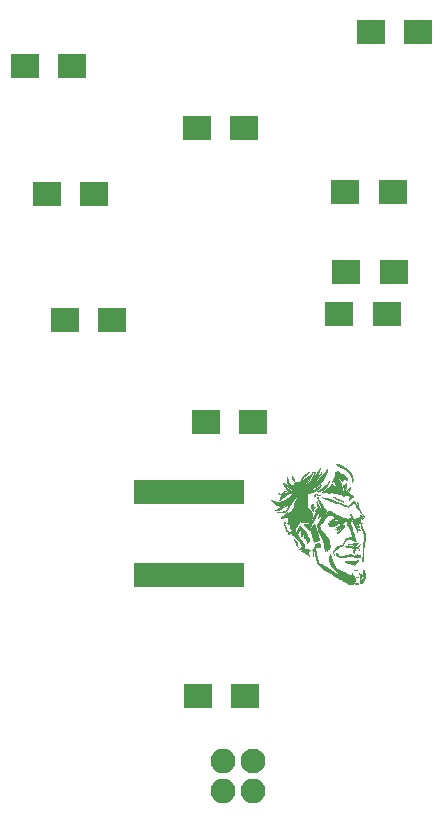
<source format=gbs>
G04 #@! TF.FileFunction,Soldermask,Bot*
%FSLAX46Y46*%
G04 Gerber Fmt 4.6, Leading zero omitted, Abs format (unit mm)*
G04 Created by KiCad (PCBNEW 4.0.6) date 06/26/18 20:30:44*
%MOMM*%
%LPD*%
G01*
G04 APERTURE LIST*
%ADD10C,0.100000*%
%ADD11C,0.010000*%
%ADD12R,0.831800X2.051000*%
%ADD13C,2.100000*%
%ADD14O,2.100000X2.100000*%
%ADD15R,2.400000X2.000000*%
%ADD16R,2.400000X2.100000*%
G04 APERTURE END LIST*
D10*
D11*
G36*
X104018325Y-120185661D02*
X104006138Y-120234224D01*
X104005455Y-120314609D01*
X104009560Y-120357485D01*
X104014381Y-120489117D01*
X103992946Y-120583741D01*
X103949689Y-120636971D01*
X103889042Y-120644425D01*
X103815440Y-120601714D01*
X103788941Y-120575731D01*
X103707581Y-120487965D01*
X103747290Y-120640976D01*
X103769917Y-120795844D01*
X103752657Y-120942736D01*
X103733731Y-121043214D01*
X103734731Y-121092617D01*
X103755209Y-121090236D01*
X103794715Y-121035356D01*
X103802520Y-121022091D01*
X103835022Y-120935024D01*
X103827926Y-120838765D01*
X103823578Y-120821465D01*
X103807450Y-120750582D01*
X103813379Y-120718778D01*
X103846220Y-120711378D01*
X103859892Y-120711645D01*
X103977227Y-120720291D01*
X104068735Y-120735837D01*
X104121904Y-120755788D01*
X104129968Y-120765463D01*
X104118850Y-120801056D01*
X104082787Y-120866934D01*
X104038390Y-120935707D01*
X103974179Y-121021058D01*
X103922370Y-121066785D01*
X103870093Y-121083737D01*
X103862047Y-121084429D01*
X103803973Y-121097970D01*
X103783473Y-121138952D01*
X103781995Y-121158885D01*
X103767796Y-121240202D01*
X103750488Y-121287262D01*
X103735781Y-121325278D01*
X103752620Y-121334096D01*
X103811818Y-121319099D01*
X103813473Y-121318604D01*
X103895273Y-121288956D01*
X103960548Y-121257281D01*
X104005279Y-121208419D01*
X104056708Y-121120391D01*
X104108267Y-121008897D01*
X104153392Y-120889638D01*
X104185518Y-120778312D01*
X104198079Y-120690618D01*
X104198086Y-120689265D01*
X104190219Y-120608596D01*
X104169303Y-120510853D01*
X104139611Y-120408015D01*
X104105420Y-120312060D01*
X104071005Y-120234965D01*
X104040642Y-120188711D01*
X104018606Y-120185274D01*
X104018325Y-120185661D01*
X104018325Y-120185661D01*
G37*
X104018325Y-120185661D02*
X104006138Y-120234224D01*
X104005455Y-120314609D01*
X104009560Y-120357485D01*
X104014381Y-120489117D01*
X103992946Y-120583741D01*
X103949689Y-120636971D01*
X103889042Y-120644425D01*
X103815440Y-120601714D01*
X103788941Y-120575731D01*
X103707581Y-120487965D01*
X103747290Y-120640976D01*
X103769917Y-120795844D01*
X103752657Y-120942736D01*
X103733731Y-121043214D01*
X103734731Y-121092617D01*
X103755209Y-121090236D01*
X103794715Y-121035356D01*
X103802520Y-121022091D01*
X103835022Y-120935024D01*
X103827926Y-120838765D01*
X103823578Y-120821465D01*
X103807450Y-120750582D01*
X103813379Y-120718778D01*
X103846220Y-120711378D01*
X103859892Y-120711645D01*
X103977227Y-120720291D01*
X104068735Y-120735837D01*
X104121904Y-120755788D01*
X104129968Y-120765463D01*
X104118850Y-120801056D01*
X104082787Y-120866934D01*
X104038390Y-120935707D01*
X103974179Y-121021058D01*
X103922370Y-121066785D01*
X103870093Y-121083737D01*
X103862047Y-121084429D01*
X103803973Y-121097970D01*
X103783473Y-121138952D01*
X103781995Y-121158885D01*
X103767796Y-121240202D01*
X103750488Y-121287262D01*
X103735781Y-121325278D01*
X103752620Y-121334096D01*
X103811818Y-121319099D01*
X103813473Y-121318604D01*
X103895273Y-121288956D01*
X103960548Y-121257281D01*
X104005279Y-121208419D01*
X104056708Y-121120391D01*
X104108267Y-121008897D01*
X104153392Y-120889638D01*
X104185518Y-120778312D01*
X104198079Y-120690618D01*
X104198086Y-120689265D01*
X104190219Y-120608596D01*
X104169303Y-120510853D01*
X104139611Y-120408015D01*
X104105420Y-120312060D01*
X104071005Y-120234965D01*
X104040642Y-120188711D01*
X104018606Y-120185274D01*
X104018325Y-120185661D01*
G36*
X99863833Y-118398424D02*
X99854914Y-118464690D01*
X99826369Y-118491219D01*
X99796266Y-118494739D01*
X99766067Y-118498540D01*
X99749352Y-118515928D01*
X99744810Y-118557655D01*
X99751127Y-118634480D01*
X99765546Y-118746466D01*
X99787771Y-118900437D01*
X99805773Y-119003693D01*
X99819061Y-119055195D01*
X99827145Y-119053898D01*
X99829536Y-118998764D01*
X99825743Y-118888748D01*
X99824892Y-118872597D01*
X99820806Y-118717978D01*
X99827334Y-118617544D01*
X99843053Y-118570335D01*
X99866541Y-118575391D01*
X99896376Y-118631751D01*
X99931137Y-118738454D01*
X99969402Y-118894537D01*
X99987790Y-118982660D01*
X100033924Y-119204227D01*
X100074941Y-119376606D01*
X100113169Y-119506560D01*
X100150930Y-119600854D01*
X100190553Y-119666249D01*
X100234360Y-119709511D01*
X100238806Y-119712703D01*
X100306408Y-119772178D01*
X100379000Y-119853812D01*
X100405339Y-119888841D01*
X100441128Y-119932090D01*
X100492591Y-119979521D01*
X100565661Y-120035204D01*
X100666268Y-120103208D01*
X100800342Y-120187602D01*
X100973815Y-120292459D01*
X101118487Y-120378222D01*
X101308520Y-120491574D01*
X101499872Y-120608046D01*
X101681627Y-120720823D01*
X101842868Y-120823092D01*
X101972680Y-120908035D01*
X102030864Y-120947797D01*
X102154419Y-121031005D01*
X102275251Y-121106341D01*
X102378534Y-121164900D01*
X102443123Y-121195475D01*
X102547634Y-121243265D01*
X102659076Y-121305632D01*
X102699473Y-121331757D01*
X102840646Y-121408407D01*
X102964350Y-121432223D01*
X103072206Y-121403491D01*
X103081189Y-121398340D01*
X103143322Y-121373094D01*
X103221432Y-121369563D01*
X103315897Y-121382743D01*
X103423155Y-121394759D01*
X103521585Y-121392969D01*
X103597782Y-121379160D01*
X103638343Y-121355123D01*
X103640947Y-121339342D01*
X103611308Y-121324830D01*
X103541557Y-121314032D01*
X103465044Y-121309855D01*
X103373679Y-121307455D01*
X103308192Y-121304266D01*
X103285561Y-121301600D01*
X103285064Y-121273623D01*
X103294847Y-121206736D01*
X103307860Y-121139475D01*
X103323922Y-121057520D01*
X103329852Y-120993207D01*
X103322350Y-120933047D01*
X103298118Y-120863548D01*
X103253859Y-120771220D01*
X103186473Y-120642949D01*
X103124724Y-120528304D01*
X103085383Y-120461774D01*
X103065201Y-120441200D01*
X103060926Y-120464419D01*
X103069309Y-120529273D01*
X103076015Y-120569539D01*
X103084367Y-120642073D01*
X103071741Y-120676824D01*
X103031341Y-120690640D01*
X103026896Y-120691318D01*
X102925980Y-120685067D01*
X102806848Y-120647007D01*
X102690933Y-120585511D01*
X102624498Y-120534218D01*
X102553483Y-120482897D01*
X102448826Y-120424135D01*
X102330292Y-120368763D01*
X102300398Y-120356558D01*
X102048795Y-120241782D01*
X101841066Y-120114404D01*
X101682092Y-119977683D01*
X101618110Y-119900941D01*
X101572035Y-119830288D01*
X101529599Y-119748058D01*
X101486195Y-119643221D01*
X101437211Y-119504752D01*
X101384499Y-119342114D01*
X101336764Y-119195655D01*
X101292227Y-119067403D01*
X101254621Y-118967493D01*
X101227676Y-118906058D01*
X101218954Y-118892525D01*
X101202494Y-118901888D01*
X101189727Y-118965149D01*
X101180525Y-119083217D01*
X101176197Y-119196801D01*
X101174997Y-119396722D01*
X101187183Y-119555162D01*
X101217629Y-119686437D01*
X101271207Y-119804864D01*
X101352792Y-119924762D01*
X101467257Y-120060445D01*
X101471964Y-120065707D01*
X101570312Y-120170063D01*
X101696608Y-120296213D01*
X101835750Y-120429447D01*
X101972629Y-120555062D01*
X101995128Y-120575078D01*
X102090731Y-120659910D01*
X102162617Y-120725003D01*
X102208175Y-120769222D01*
X102224794Y-120791426D01*
X102209862Y-120790479D01*
X102160769Y-120765244D01*
X102074903Y-120714581D01*
X101949651Y-120637355D01*
X101782405Y-120532425D01*
X101570551Y-120398655D01*
X101526888Y-120371052D01*
X101353929Y-120262861D01*
X101182463Y-120157682D01*
X101023058Y-120061845D01*
X100886282Y-119981680D01*
X100782704Y-119923516D01*
X100756252Y-119909529D01*
X100628876Y-119839662D01*
X100496500Y-119760214D01*
X100385642Y-119687173D01*
X100375748Y-119680106D01*
X100214077Y-119563360D01*
X100126674Y-119237168D01*
X100088923Y-119085070D01*
X100055408Y-118929691D01*
X100030385Y-118791910D01*
X100019744Y-118712622D01*
X100003367Y-118588340D01*
X99979439Y-118498748D01*
X99941790Y-118422109D01*
X99933518Y-118408703D01*
X99866818Y-118303136D01*
X99863833Y-118398424D01*
X99863833Y-118398424D01*
G37*
X99863833Y-118398424D02*
X99854914Y-118464690D01*
X99826369Y-118491219D01*
X99796266Y-118494739D01*
X99766067Y-118498540D01*
X99749352Y-118515928D01*
X99744810Y-118557655D01*
X99751127Y-118634480D01*
X99765546Y-118746466D01*
X99787771Y-118900437D01*
X99805773Y-119003693D01*
X99819061Y-119055195D01*
X99827145Y-119053898D01*
X99829536Y-118998764D01*
X99825743Y-118888748D01*
X99824892Y-118872597D01*
X99820806Y-118717978D01*
X99827334Y-118617544D01*
X99843053Y-118570335D01*
X99866541Y-118575391D01*
X99896376Y-118631751D01*
X99931137Y-118738454D01*
X99969402Y-118894537D01*
X99987790Y-118982660D01*
X100033924Y-119204227D01*
X100074941Y-119376606D01*
X100113169Y-119506560D01*
X100150930Y-119600854D01*
X100190553Y-119666249D01*
X100234360Y-119709511D01*
X100238806Y-119712703D01*
X100306408Y-119772178D01*
X100379000Y-119853812D01*
X100405339Y-119888841D01*
X100441128Y-119932090D01*
X100492591Y-119979521D01*
X100565661Y-120035204D01*
X100666268Y-120103208D01*
X100800342Y-120187602D01*
X100973815Y-120292459D01*
X101118487Y-120378222D01*
X101308520Y-120491574D01*
X101499872Y-120608046D01*
X101681627Y-120720823D01*
X101842868Y-120823092D01*
X101972680Y-120908035D01*
X102030864Y-120947797D01*
X102154419Y-121031005D01*
X102275251Y-121106341D01*
X102378534Y-121164900D01*
X102443123Y-121195475D01*
X102547634Y-121243265D01*
X102659076Y-121305632D01*
X102699473Y-121331757D01*
X102840646Y-121408407D01*
X102964350Y-121432223D01*
X103072206Y-121403491D01*
X103081189Y-121398340D01*
X103143322Y-121373094D01*
X103221432Y-121369563D01*
X103315897Y-121382743D01*
X103423155Y-121394759D01*
X103521585Y-121392969D01*
X103597782Y-121379160D01*
X103638343Y-121355123D01*
X103640947Y-121339342D01*
X103611308Y-121324830D01*
X103541557Y-121314032D01*
X103465044Y-121309855D01*
X103373679Y-121307455D01*
X103308192Y-121304266D01*
X103285561Y-121301600D01*
X103285064Y-121273623D01*
X103294847Y-121206736D01*
X103307860Y-121139475D01*
X103323922Y-121057520D01*
X103329852Y-120993207D01*
X103322350Y-120933047D01*
X103298118Y-120863548D01*
X103253859Y-120771220D01*
X103186473Y-120642949D01*
X103124724Y-120528304D01*
X103085383Y-120461774D01*
X103065201Y-120441200D01*
X103060926Y-120464419D01*
X103069309Y-120529273D01*
X103076015Y-120569539D01*
X103084367Y-120642073D01*
X103071741Y-120676824D01*
X103031341Y-120690640D01*
X103026896Y-120691318D01*
X102925980Y-120685067D01*
X102806848Y-120647007D01*
X102690933Y-120585511D01*
X102624498Y-120534218D01*
X102553483Y-120482897D01*
X102448826Y-120424135D01*
X102330292Y-120368763D01*
X102300398Y-120356558D01*
X102048795Y-120241782D01*
X101841066Y-120114404D01*
X101682092Y-119977683D01*
X101618110Y-119900941D01*
X101572035Y-119830288D01*
X101529599Y-119748058D01*
X101486195Y-119643221D01*
X101437211Y-119504752D01*
X101384499Y-119342114D01*
X101336764Y-119195655D01*
X101292227Y-119067403D01*
X101254621Y-118967493D01*
X101227676Y-118906058D01*
X101218954Y-118892525D01*
X101202494Y-118901888D01*
X101189727Y-118965149D01*
X101180525Y-119083217D01*
X101176197Y-119196801D01*
X101174997Y-119396722D01*
X101187183Y-119555162D01*
X101217629Y-119686437D01*
X101271207Y-119804864D01*
X101352792Y-119924762D01*
X101467257Y-120060445D01*
X101471964Y-120065707D01*
X101570312Y-120170063D01*
X101696608Y-120296213D01*
X101835750Y-120429447D01*
X101972629Y-120555062D01*
X101995128Y-120575078D01*
X102090731Y-120659910D01*
X102162617Y-120725003D01*
X102208175Y-120769222D01*
X102224794Y-120791426D01*
X102209862Y-120790479D01*
X102160769Y-120765244D01*
X102074903Y-120714581D01*
X101949651Y-120637355D01*
X101782405Y-120532425D01*
X101570551Y-120398655D01*
X101526888Y-120371052D01*
X101353929Y-120262861D01*
X101182463Y-120157682D01*
X101023058Y-120061845D01*
X100886282Y-119981680D01*
X100782704Y-119923516D01*
X100756252Y-119909529D01*
X100628876Y-119839662D01*
X100496500Y-119760214D01*
X100385642Y-119687173D01*
X100375748Y-119680106D01*
X100214077Y-119563360D01*
X100126674Y-119237168D01*
X100088923Y-119085070D01*
X100055408Y-118929691D01*
X100030385Y-118791910D01*
X100019744Y-118712622D01*
X100003367Y-118588340D01*
X99979439Y-118498748D01*
X99941790Y-118422109D01*
X99933518Y-118408703D01*
X99866818Y-118303136D01*
X99863833Y-118398424D01*
G36*
X103462417Y-120842825D02*
X103495632Y-120851543D01*
X103564448Y-120853987D01*
X103597322Y-120849406D01*
X103610630Y-120838348D01*
X103577414Y-120829630D01*
X103508599Y-120827186D01*
X103475725Y-120831767D01*
X103462417Y-120842825D01*
X103462417Y-120842825D01*
G37*
X103462417Y-120842825D02*
X103495632Y-120851543D01*
X103564448Y-120853987D01*
X103597322Y-120849406D01*
X103610630Y-120838348D01*
X103577414Y-120829630D01*
X103508599Y-120827186D01*
X103475725Y-120831767D01*
X103462417Y-120842825D01*
G36*
X103237455Y-120262105D02*
X103265593Y-120265628D01*
X103348021Y-120267405D01*
X103423788Y-120263935D01*
X103479501Y-120256742D01*
X103501760Y-120247351D01*
X103489693Y-120240125D01*
X103431160Y-120235168D01*
X103345628Y-120239853D01*
X103315307Y-120243564D01*
X103249041Y-120254758D01*
X103237455Y-120262105D01*
X103237455Y-120262105D01*
G37*
X103237455Y-120262105D02*
X103265593Y-120265628D01*
X103348021Y-120267405D01*
X103423788Y-120263935D01*
X103479501Y-120256742D01*
X103501760Y-120247351D01*
X103489693Y-120240125D01*
X103431160Y-120235168D01*
X103345628Y-120239853D01*
X103315307Y-120243564D01*
X103249041Y-120254758D01*
X103237455Y-120262105D01*
G36*
X102545827Y-119448214D02*
X102515093Y-119471026D01*
X102500382Y-119469434D01*
X102472567Y-119474893D01*
X102472140Y-119485269D01*
X102500407Y-119512661D01*
X102560200Y-119548218D01*
X102629866Y-119581189D01*
X102687753Y-119600819D01*
X102707098Y-119601941D01*
X102741643Y-119608720D01*
X102815934Y-119631853D01*
X102917130Y-119667180D01*
X102978553Y-119689902D01*
X103090225Y-119729726D01*
X103183393Y-119758734D01*
X103244644Y-119772954D01*
X103259580Y-119773134D01*
X103296316Y-119750608D01*
X103361593Y-119702012D01*
X103438913Y-119639805D01*
X103540097Y-119542293D01*
X103599764Y-119454619D01*
X103613378Y-119383636D01*
X103612163Y-119378199D01*
X103591472Y-119385450D01*
X103545536Y-119420766D01*
X103538176Y-119427192D01*
X103470596Y-119470813D01*
X103381804Y-119496389D01*
X103263741Y-119504416D01*
X103108346Y-119495384D01*
X103056665Y-119488796D01*
X102884739Y-119534863D01*
X102885339Y-119552072D01*
X102871435Y-119557907D01*
X102846324Y-119553945D01*
X102848391Y-119544603D01*
X102879870Y-119532671D01*
X102884739Y-119534863D01*
X103056665Y-119488796D01*
X102995092Y-119480947D01*
X102805957Y-119531625D01*
X102795979Y-119548907D01*
X102778697Y-119538929D01*
X102788675Y-119521647D01*
X102805957Y-119531625D01*
X102995092Y-119480947D01*
X102921202Y-119471527D01*
X102744131Y-119518973D01*
X102734153Y-119536256D01*
X102716871Y-119526277D01*
X102726849Y-119508995D01*
X102744131Y-119518973D01*
X102921202Y-119471527D01*
X102907561Y-119469788D01*
X102888589Y-119466932D01*
X102860990Y-119463253D01*
X102680377Y-119511648D01*
X102670079Y-119515318D01*
X102628874Y-119507075D01*
X102579719Y-119488884D01*
X102568616Y-119470416D01*
X102598377Y-119467127D01*
X102641037Y-119486009D01*
X102680377Y-119511648D01*
X102860990Y-119463253D01*
X102744444Y-119447719D01*
X102634168Y-119438534D01*
X102565499Y-119439800D01*
X102545827Y-119448214D01*
X102545827Y-119448214D01*
G37*
X102545827Y-119448214D02*
X102515093Y-119471026D01*
X102500382Y-119469434D01*
X102472567Y-119474893D01*
X102472140Y-119485269D01*
X102500407Y-119512661D01*
X102560200Y-119548218D01*
X102629866Y-119581189D01*
X102687753Y-119600819D01*
X102707098Y-119601941D01*
X102741643Y-119608720D01*
X102815934Y-119631853D01*
X102917130Y-119667180D01*
X102978553Y-119689902D01*
X103090225Y-119729726D01*
X103183393Y-119758734D01*
X103244644Y-119772954D01*
X103259580Y-119773134D01*
X103296316Y-119750608D01*
X103361593Y-119702012D01*
X103438913Y-119639805D01*
X103540097Y-119542293D01*
X103599764Y-119454619D01*
X103613378Y-119383636D01*
X103612163Y-119378199D01*
X103591472Y-119385450D01*
X103545536Y-119420766D01*
X103538176Y-119427192D01*
X103470596Y-119470813D01*
X103381804Y-119496389D01*
X103263741Y-119504416D01*
X103108346Y-119495384D01*
X103056665Y-119488796D01*
X102884739Y-119534863D01*
X102885339Y-119552072D01*
X102871435Y-119557907D01*
X102846324Y-119553945D01*
X102848391Y-119544603D01*
X102879870Y-119532671D01*
X102884739Y-119534863D01*
X103056665Y-119488796D01*
X102995092Y-119480947D01*
X102805957Y-119531625D01*
X102795979Y-119548907D01*
X102778697Y-119538929D01*
X102788675Y-119521647D01*
X102805957Y-119531625D01*
X102995092Y-119480947D01*
X102921202Y-119471527D01*
X102744131Y-119518973D01*
X102734153Y-119536256D01*
X102716871Y-119526277D01*
X102726849Y-119508995D01*
X102744131Y-119518973D01*
X102921202Y-119471527D01*
X102907561Y-119469788D01*
X102888589Y-119466932D01*
X102860990Y-119463253D01*
X102680377Y-119511648D01*
X102670079Y-119515318D01*
X102628874Y-119507075D01*
X102579719Y-119488884D01*
X102568616Y-119470416D01*
X102598377Y-119467127D01*
X102641037Y-119486009D01*
X102680377Y-119511648D01*
X102860990Y-119463253D01*
X102744444Y-119447719D01*
X102634168Y-119438534D01*
X102565499Y-119439800D01*
X102545827Y-119448214D01*
G36*
X103877485Y-116276286D02*
X103852629Y-116351304D01*
X103839042Y-116427117D01*
X103843887Y-116511740D01*
X103869644Y-116615381D01*
X103918791Y-116748244D01*
X103987584Y-116906803D01*
X104050456Y-117049547D01*
X104094164Y-117164442D01*
X104120348Y-117265814D01*
X104130649Y-117367993D01*
X104126707Y-117485306D01*
X104110161Y-117632086D01*
X104088174Y-117785602D01*
X104054471Y-118013657D01*
X104028430Y-118194066D01*
X104009211Y-118334980D01*
X103995974Y-118444554D01*
X103987881Y-118530941D01*
X103984095Y-118602295D01*
X103983775Y-118666770D01*
X103986083Y-118732519D01*
X103987649Y-118762744D01*
X103989682Y-118892872D01*
X103984770Y-119047111D01*
X103973974Y-119193704D01*
X103972911Y-119203935D01*
X103963559Y-119319331D01*
X103961056Y-119416597D01*
X103965638Y-119479535D01*
X103968799Y-119490129D01*
X103979057Y-119482135D01*
X103991160Y-119426890D01*
X104003614Y-119333492D01*
X104014927Y-119211032D01*
X104015187Y-119207613D01*
X104025853Y-119044223D01*
X104034453Y-118870156D01*
X104039838Y-118710945D01*
X104041062Y-118630932D01*
X104046684Y-118520142D01*
X104061609Y-118368789D01*
X104084005Y-118191646D01*
X104112042Y-118003487D01*
X104137085Y-117856153D01*
X104166060Y-117685654D01*
X104189205Y-117529659D01*
X104205262Y-117398440D01*
X104212968Y-117302273D01*
X104211205Y-117251937D01*
X104191990Y-117197365D01*
X104154347Y-117103905D01*
X104103438Y-116983941D01*
X104044422Y-116849868D01*
X104034837Y-116828521D01*
X103971630Y-116686610D01*
X103928883Y-116584629D01*
X103903184Y-116511363D01*
X103891116Y-116455594D01*
X103889265Y-116406109D01*
X103892955Y-116362531D01*
X103899372Y-116278703D01*
X103893971Y-116249887D01*
X103877485Y-116276286D01*
X103877485Y-116276286D01*
G37*
X103877485Y-116276286D02*
X103852629Y-116351304D01*
X103839042Y-116427117D01*
X103843887Y-116511740D01*
X103869644Y-116615381D01*
X103918791Y-116748244D01*
X103987584Y-116906803D01*
X104050456Y-117049547D01*
X104094164Y-117164442D01*
X104120348Y-117265814D01*
X104130649Y-117367993D01*
X104126707Y-117485306D01*
X104110161Y-117632086D01*
X104088174Y-117785602D01*
X104054471Y-118013657D01*
X104028430Y-118194066D01*
X104009211Y-118334980D01*
X103995974Y-118444554D01*
X103987881Y-118530941D01*
X103984095Y-118602295D01*
X103983775Y-118666770D01*
X103986083Y-118732519D01*
X103987649Y-118762744D01*
X103989682Y-118892872D01*
X103984770Y-119047111D01*
X103973974Y-119193704D01*
X103972911Y-119203935D01*
X103963559Y-119319331D01*
X103961056Y-119416597D01*
X103965638Y-119479535D01*
X103968799Y-119490129D01*
X103979057Y-119482135D01*
X103991160Y-119426890D01*
X104003614Y-119333492D01*
X104014927Y-119211032D01*
X104015187Y-119207613D01*
X104025853Y-119044223D01*
X104034453Y-118870156D01*
X104039838Y-118710945D01*
X104041062Y-118630932D01*
X104046684Y-118520142D01*
X104061609Y-118368789D01*
X104084005Y-118191646D01*
X104112042Y-118003487D01*
X104137085Y-117856153D01*
X104166060Y-117685654D01*
X104189205Y-117529659D01*
X104205262Y-117398440D01*
X104212968Y-117302273D01*
X104211205Y-117251937D01*
X104191990Y-117197365D01*
X104154347Y-117103905D01*
X104103438Y-116983941D01*
X104044422Y-116849868D01*
X104034837Y-116828521D01*
X103971630Y-116686610D01*
X103928883Y-116584629D01*
X103903184Y-116511363D01*
X103891116Y-116455594D01*
X103889265Y-116406109D01*
X103892955Y-116362531D01*
X103899372Y-116278703D01*
X103893971Y-116249887D01*
X103877485Y-116276286D01*
G36*
X101751715Y-118803907D02*
X101749516Y-118806970D01*
X101729867Y-118880422D01*
X101763254Y-118967474D01*
X101806180Y-119022481D01*
X101889676Y-119076318D01*
X102018295Y-119108952D01*
X102184425Y-119119301D01*
X102380453Y-119106282D01*
X102388435Y-119105305D01*
X102537011Y-119090656D01*
X102701293Y-119080645D01*
X102867095Y-119075488D01*
X103020236Y-119075407D01*
X103146534Y-119080618D01*
X103231805Y-119091340D01*
X103235669Y-119092253D01*
X103392407Y-119124168D01*
X103532787Y-119139904D01*
X103646600Y-119139286D01*
X103723642Y-119122137D01*
X103749739Y-119101084D01*
X103754938Y-119059951D01*
X103745425Y-119004870D01*
X103727573Y-118961712D01*
X103713157Y-118952536D01*
X103690125Y-118979400D01*
X103674026Y-119013206D01*
X103656529Y-119044020D01*
X103633039Y-119037903D01*
X103591511Y-118990371D01*
X103582923Y-118979316D01*
X103535505Y-118923763D01*
X103500917Y-118908721D01*
X103460263Y-118928015D01*
X103449411Y-118935689D01*
X103345687Y-118993241D01*
X103246815Y-119005286D01*
X103137192Y-118971984D01*
X103075427Y-118939507D01*
X102991628Y-118893227D01*
X102938682Y-118874049D01*
X102899292Y-118879615D01*
X102856164Y-118907566D01*
X102853860Y-118909311D01*
X102813280Y-118933995D01*
X102758156Y-118953612D01*
X102677838Y-118970435D01*
X102561677Y-118986736D01*
X102413618Y-119003267D01*
X102270916Y-119015738D01*
X102145074Y-119022148D01*
X102048601Y-119022177D01*
X101994004Y-119015505D01*
X101990653Y-119014136D01*
X101940751Y-118978961D01*
X101885145Y-118915736D01*
X101814219Y-118813459D01*
X101811176Y-118808784D01*
X101781574Y-118780045D01*
X101751715Y-118803907D01*
X101751715Y-118803907D01*
G37*
X101751715Y-118803907D02*
X101749516Y-118806970D01*
X101729867Y-118880422D01*
X101763254Y-118967474D01*
X101806180Y-119022481D01*
X101889676Y-119076318D01*
X102018295Y-119108952D01*
X102184425Y-119119301D01*
X102380453Y-119106282D01*
X102388435Y-119105305D01*
X102537011Y-119090656D01*
X102701293Y-119080645D01*
X102867095Y-119075488D01*
X103020236Y-119075407D01*
X103146534Y-119080618D01*
X103231805Y-119091340D01*
X103235669Y-119092253D01*
X103392407Y-119124168D01*
X103532787Y-119139904D01*
X103646600Y-119139286D01*
X103723642Y-119122137D01*
X103749739Y-119101084D01*
X103754938Y-119059951D01*
X103745425Y-119004870D01*
X103727573Y-118961712D01*
X103713157Y-118952536D01*
X103690125Y-118979400D01*
X103674026Y-119013206D01*
X103656529Y-119044020D01*
X103633039Y-119037903D01*
X103591511Y-118990371D01*
X103582923Y-118979316D01*
X103535505Y-118923763D01*
X103500917Y-118908721D01*
X103460263Y-118928015D01*
X103449411Y-118935689D01*
X103345687Y-118993241D01*
X103246815Y-119005286D01*
X103137192Y-118971984D01*
X103075427Y-118939507D01*
X102991628Y-118893227D01*
X102938682Y-118874049D01*
X102899292Y-118879615D01*
X102856164Y-118907566D01*
X102853860Y-118909311D01*
X102813280Y-118933995D01*
X102758156Y-118953612D01*
X102677838Y-118970435D01*
X102561677Y-118986736D01*
X102413618Y-119003267D01*
X102270916Y-119015738D01*
X102145074Y-119022148D01*
X102048601Y-119022177D01*
X101994004Y-119015505D01*
X101990653Y-119014136D01*
X101940751Y-118978961D01*
X101885145Y-118915736D01*
X101814219Y-118813459D01*
X101811176Y-118808784D01*
X101781574Y-118780045D01*
X101751715Y-118803907D01*
G36*
X103755420Y-118010188D02*
X103731938Y-118046300D01*
X103681237Y-118106268D01*
X103598481Y-118181609D01*
X103499652Y-118258059D01*
X103476957Y-118273872D01*
X103332504Y-118383824D01*
X103238982Y-118483936D01*
X103192917Y-118579394D01*
X103190833Y-118675390D01*
X103195256Y-118694620D01*
X103218469Y-118766910D01*
X103234217Y-118785004D01*
X103241412Y-118748343D01*
X103241652Y-118718401D01*
X103266636Y-118589687D01*
X103344983Y-118476852D01*
X103447387Y-118398110D01*
X103539971Y-118329661D01*
X103631866Y-118241351D01*
X103711108Y-118147077D01*
X103765736Y-118060737D01*
X103783595Y-118007531D01*
X103779420Y-117985098D01*
X103755420Y-118010188D01*
X103755420Y-118010188D01*
G37*
X103755420Y-118010188D02*
X103731938Y-118046300D01*
X103681237Y-118106268D01*
X103598481Y-118181609D01*
X103499652Y-118258059D01*
X103476957Y-118273872D01*
X103332504Y-118383824D01*
X103238982Y-118483936D01*
X103192917Y-118579394D01*
X103190833Y-118675390D01*
X103195256Y-118694620D01*
X103218469Y-118766910D01*
X103234217Y-118785004D01*
X103241412Y-118748343D01*
X103241652Y-118718401D01*
X103266636Y-118589687D01*
X103344983Y-118476852D01*
X103447387Y-118398110D01*
X103539971Y-118329661D01*
X103631866Y-118241351D01*
X103711108Y-118147077D01*
X103765736Y-118060737D01*
X103783595Y-118007531D01*
X103779420Y-117985098D01*
X103755420Y-118010188D01*
G36*
X103664594Y-118483455D02*
X103681878Y-118493434D01*
X103691856Y-118476150D01*
X103674573Y-118466172D01*
X103664594Y-118483455D01*
X103664594Y-118483455D01*
G37*
X103664594Y-118483455D02*
X103681878Y-118493434D01*
X103691856Y-118476150D01*
X103674573Y-118466172D01*
X103664594Y-118483455D01*
G36*
X102002796Y-118152993D02*
X101882645Y-118227186D01*
X101763319Y-118318064D01*
X101654505Y-118419341D01*
X101565887Y-118524737D01*
X101536092Y-118570283D01*
X101484188Y-118689707D01*
X101482788Y-118793417D01*
X101531955Y-118891034D01*
X101538256Y-118899095D01*
X101601391Y-118977853D01*
X101551661Y-118853123D01*
X101523628Y-118771750D01*
X101521959Y-118714585D01*
X101547975Y-118655250D01*
X101562798Y-118630799D01*
X101618389Y-118555969D01*
X101696020Y-118468252D01*
X101749755Y-118414484D01*
X101816394Y-118353461D01*
X101848834Y-118329586D01*
X101852602Y-118339911D01*
X101841254Y-118365680D01*
X101806664Y-118435596D01*
X101904161Y-118349870D01*
X101995848Y-118284026D01*
X102101648Y-118227669D01*
X102126544Y-118217514D01*
X102228998Y-118177501D01*
X102284819Y-118149124D01*
X102300996Y-118126389D01*
X102284518Y-118103306D01*
X102271352Y-118093340D01*
X102206834Y-118079787D01*
X102114088Y-118101766D01*
X102002796Y-118152993D01*
X102002796Y-118152993D01*
G37*
X102002796Y-118152993D02*
X101882645Y-118227186D01*
X101763319Y-118318064D01*
X101654505Y-118419341D01*
X101565887Y-118524737D01*
X101536092Y-118570283D01*
X101484188Y-118689707D01*
X101482788Y-118793417D01*
X101531955Y-118891034D01*
X101538256Y-118899095D01*
X101601391Y-118977853D01*
X101551661Y-118853123D01*
X101523628Y-118771750D01*
X101521959Y-118714585D01*
X101547975Y-118655250D01*
X101562798Y-118630799D01*
X101618389Y-118555969D01*
X101696020Y-118468252D01*
X101749755Y-118414484D01*
X101816394Y-118353461D01*
X101848834Y-118329586D01*
X101852602Y-118339911D01*
X101841254Y-118365680D01*
X101806664Y-118435596D01*
X101904161Y-118349870D01*
X101995848Y-118284026D01*
X102101648Y-118227669D01*
X102126544Y-118217514D01*
X102228998Y-118177501D01*
X102284819Y-118149124D01*
X102300996Y-118126389D01*
X102284518Y-118103306D01*
X102271352Y-118093340D01*
X102206834Y-118079787D01*
X102114088Y-118101766D01*
X102002796Y-118152993D01*
G36*
X103608116Y-118381718D02*
X103625399Y-118391696D01*
X103635377Y-118374414D01*
X103618094Y-118364435D01*
X103608116Y-118381718D01*
X103608116Y-118381718D01*
G37*
X103608116Y-118381718D02*
X103625399Y-118391696D01*
X103635377Y-118374414D01*
X103618094Y-118364435D01*
X103608116Y-118381718D01*
G36*
X102945633Y-118035621D02*
X103082793Y-118043453D01*
X103188049Y-118077274D01*
X103221458Y-118096301D01*
X103283678Y-118138555D01*
X103305371Y-118166775D01*
X103294521Y-118195787D01*
X103283048Y-118210696D01*
X103209743Y-118266805D01*
X103127514Y-118267576D01*
X103069282Y-118236471D01*
X102998387Y-118199151D01*
X102903017Y-118167284D01*
X102867134Y-118159157D01*
X102778129Y-118150507D01*
X102685395Y-118154260D01*
X102604623Y-118167951D01*
X102551498Y-118189115D01*
X102539645Y-118210609D01*
X102575040Y-118248498D01*
X102642654Y-118272718D01*
X102718619Y-118275939D01*
X102739012Y-118271841D01*
X102816517Y-118268734D01*
X102915427Y-118287491D01*
X103013088Y-118321284D01*
X103086845Y-118363282D01*
X103105742Y-118382400D01*
X103123257Y-118398169D01*
X103148025Y-118396797D01*
X103187845Y-118373276D01*
X103250516Y-118322602D01*
X103343836Y-118239769D01*
X103382266Y-118204907D01*
X103626385Y-117982857D01*
X103523701Y-117969458D01*
X103392152Y-117963225D01*
X103223504Y-117971749D01*
X103034815Y-117993865D01*
X102938657Y-118009585D01*
X102771401Y-118039628D01*
X102945633Y-118035621D01*
X102945633Y-118035621D01*
G37*
X102945633Y-118035621D02*
X103082793Y-118043453D01*
X103188049Y-118077274D01*
X103221458Y-118096301D01*
X103283678Y-118138555D01*
X103305371Y-118166775D01*
X103294521Y-118195787D01*
X103283048Y-118210696D01*
X103209743Y-118266805D01*
X103127514Y-118267576D01*
X103069282Y-118236471D01*
X102998387Y-118199151D01*
X102903017Y-118167284D01*
X102867134Y-118159157D01*
X102778129Y-118150507D01*
X102685395Y-118154260D01*
X102604623Y-118167951D01*
X102551498Y-118189115D01*
X102539645Y-118210609D01*
X102575040Y-118248498D01*
X102642654Y-118272718D01*
X102718619Y-118275939D01*
X102739012Y-118271841D01*
X102816517Y-118268734D01*
X102915427Y-118287491D01*
X103013088Y-118321284D01*
X103086845Y-118363282D01*
X103105742Y-118382400D01*
X103123257Y-118398169D01*
X103148025Y-118396797D01*
X103187845Y-118373276D01*
X103250516Y-118322602D01*
X103343836Y-118239769D01*
X103382266Y-118204907D01*
X103626385Y-117982857D01*
X103523701Y-117969458D01*
X103392152Y-117963225D01*
X103223504Y-117971749D01*
X103034815Y-117993865D01*
X102938657Y-118009585D01*
X102771401Y-118039628D01*
X102945633Y-118035621D01*
G36*
X99063184Y-118453243D02*
X98976870Y-118496553D01*
X98909445Y-118534565D01*
X98762001Y-118622018D01*
X98865815Y-118651497D01*
X99062642Y-118731984D01*
X99220357Y-118849413D01*
X99247659Y-118878089D01*
X99348887Y-118978368D01*
X99429038Y-119030180D01*
X99476949Y-119035784D01*
X99479628Y-119017907D01*
X99439803Y-118984885D01*
X99423672Y-118975079D01*
X99366010Y-118931093D01*
X99335241Y-118873348D01*
X99326927Y-118787433D01*
X99333959Y-118683821D01*
X99347217Y-118624227D01*
X99382908Y-118595824D01*
X99440713Y-118583610D01*
X99503863Y-118570518D01*
X99532971Y-118556816D01*
X99533139Y-118554681D01*
X99501035Y-118530602D01*
X99431042Y-118500720D01*
X99340605Y-118470380D01*
X99247170Y-118444927D01*
X99168181Y-118429704D01*
X99123650Y-118429224D01*
X99063184Y-118453243D01*
X99063184Y-118453243D01*
G37*
X99063184Y-118453243D02*
X98976870Y-118496553D01*
X98909445Y-118534565D01*
X98762001Y-118622018D01*
X98865815Y-118651497D01*
X99062642Y-118731984D01*
X99220357Y-118849413D01*
X99247659Y-118878089D01*
X99348887Y-118978368D01*
X99429038Y-119030180D01*
X99476949Y-119035784D01*
X99479628Y-119017907D01*
X99439803Y-118984885D01*
X99423672Y-118975079D01*
X99366010Y-118931093D01*
X99335241Y-118873348D01*
X99326927Y-118787433D01*
X99333959Y-118683821D01*
X99347217Y-118624227D01*
X99382908Y-118595824D01*
X99440713Y-118583610D01*
X99503863Y-118570518D01*
X99532971Y-118556816D01*
X99533139Y-118554681D01*
X99501035Y-118530602D01*
X99431042Y-118500720D01*
X99340605Y-118470380D01*
X99247170Y-118444927D01*
X99168181Y-118429704D01*
X99123650Y-118429224D01*
X99063184Y-118453243D01*
G36*
X97569001Y-112492217D02*
X97559174Y-112678656D01*
X97596941Y-112840660D01*
X97680716Y-112973949D01*
X97777905Y-113055823D01*
X97831782Y-113093596D01*
X97841171Y-113108071D01*
X97812033Y-113101259D01*
X97750333Y-113075169D01*
X97662035Y-113031812D01*
X97584745Y-112990709D01*
X97360767Y-112868112D01*
X97449532Y-112967339D01*
X97504703Y-113034168D01*
X97541378Y-113088195D01*
X97548117Y-113103217D01*
X97583480Y-113146357D01*
X97671451Y-113208861D01*
X97811699Y-113290518D01*
X98002523Y-113390426D01*
X98102246Y-113445103D01*
X98170175Y-113490627D01*
X98202823Y-113522532D01*
X98196710Y-113536353D01*
X98148355Y-113527624D01*
X98094630Y-113508536D01*
X98034289Y-113490569D01*
X98005021Y-113493414D01*
X98004572Y-113498220D01*
X97995720Y-113530353D01*
X97950866Y-113532434D01*
X97880856Y-113505894D01*
X97828425Y-113474934D01*
X97713281Y-113384012D01*
X97583811Y-113258910D01*
X97453999Y-113114281D01*
X97337829Y-112964774D01*
X97327472Y-112950078D01*
X97267699Y-112868995D01*
X97233636Y-112834768D01*
X97222973Y-112845254D01*
X97223594Y-112853834D01*
X97250707Y-112936141D01*
X97311743Y-113046626D01*
X97399778Y-113174516D01*
X97507883Y-113309037D01*
X97539135Y-113344564D01*
X97609413Y-113424716D01*
X97662962Y-113489185D01*
X97690099Y-113526227D01*
X97691535Y-113529416D01*
X97676722Y-113560987D01*
X97632989Y-113609214D01*
X97627961Y-113613866D01*
X97540994Y-113668487D01*
X97420495Y-113712456D01*
X97282276Y-113743452D01*
X97142146Y-113759158D01*
X97015915Y-113757257D01*
X96919393Y-113735426D01*
X96893924Y-113721517D01*
X96843800Y-113699292D01*
X96823066Y-113698807D01*
X96817526Y-113715055D01*
X96852065Y-113742903D01*
X96913560Y-113775080D01*
X96988892Y-113804315D01*
X97038425Y-113818150D01*
X97098300Y-113835612D01*
X97119048Y-113849827D01*
X97114195Y-113853251D01*
X97088491Y-113884824D01*
X97063176Y-113952141D01*
X97055305Y-113984003D01*
X97024186Y-114081441D01*
X96979792Y-114169595D01*
X96969599Y-114184309D01*
X96909584Y-114264051D01*
X97055726Y-114209729D01*
X97158297Y-114160461D01*
X97272099Y-114082380D01*
X97407982Y-113967920D01*
X97426558Y-113951135D01*
X97527584Y-113860388D01*
X97599848Y-113800714D01*
X97655929Y-113764756D01*
X97708407Y-113745160D01*
X97769863Y-113734569D01*
X97803339Y-113730830D01*
X97914234Y-113724357D01*
X97983199Y-113734212D01*
X98009314Y-113762701D01*
X97991664Y-113812134D01*
X97929331Y-113884817D01*
X97821397Y-113983059D01*
X97666947Y-114109167D01*
X97646645Y-114125180D01*
X97523982Y-114220939D01*
X97432626Y-114288543D01*
X97359723Y-114334986D01*
X97292416Y-114367265D01*
X97217849Y-114392372D01*
X97123163Y-114417302D01*
X97098384Y-114423451D01*
X97008088Y-114442466D01*
X96907046Y-114458631D01*
X96805022Y-114471232D01*
X96711775Y-114479554D01*
X96637066Y-114482887D01*
X96590654Y-114480514D01*
X96582304Y-114471724D01*
X96611222Y-114459058D01*
X96627857Y-114444601D01*
X96594864Y-114425910D01*
X96523613Y-114404704D01*
X96424176Y-114374583D01*
X96335119Y-114340878D01*
X96305549Y-114326912D01*
X96250491Y-114302919D01*
X96234125Y-114307176D01*
X96251236Y-114332460D01*
X96296610Y-114371547D01*
X96365037Y-114417212D01*
X96374877Y-114422980D01*
X96438765Y-114461631D01*
X96469269Y-114483804D01*
X96464753Y-114485800D01*
X96433996Y-114485767D01*
X96440516Y-114511410D01*
X96476478Y-114554486D01*
X96534046Y-114606751D01*
X96605384Y-114659960D01*
X96665060Y-114696546D01*
X96826930Y-114759824D01*
X96991399Y-114777825D01*
X97145559Y-114750611D01*
X97256536Y-114693658D01*
X97309608Y-114660623D01*
X97327254Y-114661044D01*
X97313531Y-114688034D01*
X97272493Y-114734711D01*
X97208199Y-114794189D01*
X97186825Y-114812001D01*
X97042359Y-114909829D01*
X96856643Y-115004127D01*
X96787007Y-115033808D01*
X96531955Y-115137675D01*
X96637041Y-115151681D01*
X96796525Y-115146218D01*
X96978545Y-115091320D01*
X97180635Y-114988160D01*
X97400333Y-114837911D01*
X97549029Y-114717592D01*
X97629614Y-114650002D01*
X97691946Y-114600203D01*
X97725335Y-114576653D01*
X97728028Y-114575907D01*
X97728598Y-114603738D01*
X97721238Y-114669625D01*
X97714214Y-114717096D01*
X97669388Y-114877340D01*
X97592789Y-115028950D01*
X97496964Y-115147677D01*
X97404563Y-115206063D01*
X97274383Y-115252317D01*
X97124541Y-115282139D01*
X96973156Y-115291230D01*
X96908609Y-115287332D01*
X96818100Y-115280215D01*
X96781252Y-115283139D01*
X96796419Y-115294858D01*
X96861958Y-115314125D01*
X96976224Y-115339698D01*
X96978249Y-115340112D01*
X97096744Y-115355761D01*
X97217372Y-115358418D01*
X97279712Y-115352651D01*
X97362720Y-115330644D01*
X97438372Y-115290161D01*
X97512048Y-115225033D01*
X97589131Y-115129091D01*
X97675000Y-114996162D01*
X97775038Y-114820082D01*
X97824632Y-114727904D01*
X97915654Y-114560730D01*
X97989889Y-114434995D01*
X98054073Y-114340828D01*
X98114940Y-114268356D01*
X98179225Y-114207710D01*
X98179913Y-114207125D01*
X98277812Y-114131553D01*
X98361477Y-114080994D01*
X98421952Y-114059868D01*
X98450279Y-114072596D01*
X98450533Y-114073523D01*
X98438437Y-114105370D01*
X98401774Y-114170286D01*
X98348133Y-114254953D01*
X98341140Y-114265472D01*
X98280045Y-114367113D01*
X98235357Y-114470457D01*
X98200012Y-114594871D01*
X98173010Y-114726400D01*
X98144466Y-114867320D01*
X98116821Y-114966681D01*
X98084547Y-115038999D01*
X98042117Y-115098792D01*
X98023034Y-115120326D01*
X97941225Y-115201415D01*
X97830949Y-115300798D01*
X97709431Y-115403625D01*
X97593894Y-115495047D01*
X97555270Y-115523615D01*
X97517750Y-115549175D01*
X97508759Y-115545690D01*
X97527796Y-115505248D01*
X97551376Y-115461939D01*
X97609875Y-115355287D01*
X97469048Y-115481812D01*
X97367128Y-115563763D01*
X97252785Y-115641706D01*
X97180282Y-115683220D01*
X97088023Y-115733720D01*
X97044564Y-115768229D01*
X97051302Y-115787702D01*
X97109638Y-115793093D01*
X97220969Y-115785358D01*
X97314373Y-115774743D01*
X97448725Y-115765745D01*
X97550102Y-115779441D01*
X97638333Y-115818577D01*
X97640569Y-115819922D01*
X97694098Y-115867008D01*
X97713982Y-115930240D01*
X97701320Y-116020884D01*
X97669672Y-116117561D01*
X97637920Y-116205731D01*
X97626618Y-116254738D01*
X97636312Y-116278234D01*
X97667552Y-116289876D01*
X97676685Y-116292043D01*
X97770410Y-116337654D01*
X97837315Y-116415211D01*
X97867875Y-116508696D01*
X97856173Y-116593838D01*
X97835580Y-116659265D01*
X97846997Y-116680969D01*
X97888883Y-116664863D01*
X97936312Y-116654854D01*
X97952585Y-116672443D01*
X97980556Y-116828529D01*
X97963516Y-116952161D01*
X97946952Y-117030716D01*
X97950814Y-117092898D01*
X97981419Y-117152176D01*
X98045083Y-117222016D01*
X98124117Y-117294593D01*
X98330188Y-117481590D01*
X98494660Y-117639396D01*
X98621163Y-117772588D01*
X98713329Y-117885739D01*
X98774790Y-117983425D01*
X98809179Y-118070221D01*
X98820126Y-118150702D01*
X98819608Y-118170701D01*
X98785142Y-118307363D01*
X98704644Y-118424736D01*
X98662464Y-118461538D01*
X98636260Y-118484735D01*
X98647013Y-118491092D01*
X98701262Y-118480930D01*
X98760172Y-118466329D01*
X98908838Y-118414046D01*
X99006398Y-118345383D01*
X99053005Y-118258641D01*
X99048814Y-118152118D01*
X98993980Y-118024115D01*
X98888656Y-117872933D01*
X98821276Y-117792840D01*
X98593853Y-117498677D01*
X98420494Y-117193680D01*
X98339971Y-116999525D01*
X98302566Y-116889256D01*
X98284601Y-116812911D01*
X98283753Y-116752338D01*
X98297702Y-116689378D01*
X98299517Y-116683263D01*
X98345953Y-116567926D01*
X98411817Y-116452607D01*
X98485903Y-116353886D01*
X98556997Y-116288335D01*
X98572782Y-116279176D01*
X98619235Y-116253061D01*
X98627886Y-116227138D01*
X98600093Y-116182430D01*
X98581425Y-116158082D01*
X98524267Y-116073929D01*
X98510348Y-116025903D01*
X98539362Y-116014220D01*
X98611000Y-116039092D01*
X98691397Y-116081228D01*
X98860691Y-116155230D01*
X99028711Y-116179341D01*
X99211533Y-116155531D01*
X99239647Y-116148373D01*
X99339790Y-116135398D01*
X99406761Y-116154636D01*
X99433782Y-116201302D01*
X99414077Y-116270618D01*
X99413750Y-116271184D01*
X99368787Y-116306603D01*
X99289249Y-116338129D01*
X99196967Y-116359681D01*
X99113773Y-116365176D01*
X99088819Y-116361726D01*
X99035805Y-116356787D01*
X99015837Y-116364369D01*
X99027856Y-116394009D01*
X99071418Y-116451429D01*
X99136513Y-116526201D01*
X99213135Y-116607899D01*
X99291279Y-116686097D01*
X99360935Y-116750368D01*
X99412098Y-116790284D01*
X99432060Y-116798042D01*
X99466676Y-116764021D01*
X99507351Y-116685361D01*
X99549827Y-116572916D01*
X99589845Y-116437542D01*
X99614575Y-116332784D01*
X99638596Y-116229821D01*
X99657561Y-116168580D01*
X99669481Y-116152790D01*
X99672371Y-116186181D01*
X99669028Y-116230540D01*
X99674939Y-116249982D01*
X99701849Y-116218677D01*
X99750082Y-116136158D01*
X99799522Y-116042181D01*
X99876591Y-115895802D01*
X99957965Y-115748207D01*
X100038479Y-115608016D01*
X100112969Y-115483854D01*
X100176269Y-115384342D01*
X100223218Y-115318102D01*
X100247702Y-115293909D01*
X100267217Y-115313793D01*
X100278725Y-115378589D01*
X100281659Y-115477251D01*
X100275452Y-115598740D01*
X100267342Y-115676094D01*
X100245565Y-115850590D01*
X100369293Y-115685472D01*
X100431949Y-115604405D01*
X100482281Y-115543958D01*
X100510400Y-115515941D01*
X100511769Y-115515330D01*
X100534691Y-115529199D01*
X100531029Y-115587555D01*
X100502387Y-115685985D01*
X100450371Y-115820072D01*
X100376583Y-115985402D01*
X100282630Y-116177559D01*
X100243335Y-116254079D01*
X100096087Y-116537360D01*
X100176168Y-116769140D01*
X100227955Y-116906029D01*
X100294383Y-117063765D01*
X100363193Y-117213575D01*
X100380729Y-117249213D01*
X100509963Y-117526031D01*
X100617706Y-117795892D01*
X100701244Y-118050103D01*
X100757860Y-118279977D01*
X100784842Y-118476823D01*
X100786667Y-118548568D01*
X100785127Y-118636510D01*
X100847086Y-118534717D01*
X100909044Y-118432922D01*
X100910464Y-118512891D01*
X100916634Y-118575042D01*
X100931827Y-118581530D01*
X100955859Y-118532377D01*
X100965179Y-118505535D01*
X101003236Y-118434734D01*
X101050688Y-118417335D01*
X101103319Y-118454843D01*
X101104174Y-118455891D01*
X101129881Y-118481521D01*
X101147689Y-118472979D01*
X101165710Y-118421797D01*
X101176657Y-118380224D01*
X101190386Y-118292984D01*
X101187799Y-118189786D01*
X101168073Y-118054726D01*
X101156810Y-117996196D01*
X101102678Y-117775754D01*
X101032414Y-117592283D01*
X100936445Y-117426687D01*
X100805200Y-117259875D01*
X100765173Y-117215107D01*
X100608415Y-117034911D01*
X100492161Y-116881222D01*
X100411614Y-116746881D01*
X100361975Y-116624726D01*
X100356420Y-116605239D01*
X100338705Y-116508192D01*
X100349506Y-116425849D01*
X100381246Y-116347505D01*
X100444266Y-116217300D01*
X100502618Y-116102024D01*
X100551905Y-116009779D01*
X100587734Y-115948661D01*
X100605707Y-115926771D01*
X100606795Y-115931895D01*
X100599922Y-115984802D01*
X100589233Y-116066452D01*
X100585545Y-116094527D01*
X100569619Y-116215666D01*
X100663683Y-116041658D01*
X100754445Y-115903266D01*
X100878933Y-115767078D01*
X100965756Y-115688310D01*
X101061896Y-115606209D01*
X101126305Y-115555553D01*
X101169850Y-115530748D01*
X101203393Y-115526202D01*
X101237799Y-115536321D01*
X101250579Y-115541663D01*
X101307043Y-115565102D01*
X101402069Y-115603940D01*
X101521841Y-115652550D01*
X101638147Y-115699510D01*
X101852723Y-115792684D01*
X102017885Y-115880365D01*
X102139882Y-115966414D01*
X102224962Y-116054699D01*
X102235253Y-116068843D01*
X102291111Y-116148833D01*
X102503719Y-116091865D01*
X102617209Y-116065195D01*
X102693211Y-116055323D01*
X102723920Y-116063255D01*
X102723995Y-116063511D01*
X102723423Y-116120427D01*
X102706809Y-116206285D01*
X102679706Y-116297880D01*
X102652172Y-116363681D01*
X102627830Y-116416355D01*
X102636412Y-116439499D01*
X102681996Y-116452999D01*
X102762443Y-116499317D01*
X102840333Y-116597159D01*
X102913313Y-116741601D01*
X102979028Y-116927721D01*
X103035121Y-117150599D01*
X103048970Y-117219910D01*
X103071638Y-117358098D01*
X103076638Y-117446799D01*
X103062781Y-117490512D01*
X103028882Y-117493737D01*
X102983464Y-117468034D01*
X102935176Y-117454672D01*
X102851934Y-117462954D01*
X102746864Y-117487604D01*
X102645412Y-117516374D01*
X102582175Y-117542792D01*
X102540649Y-117578348D01*
X102504329Y-117634534D01*
X102485175Y-117669820D01*
X102437739Y-117770066D01*
X102399214Y-117871268D01*
X102388608Y-117907524D01*
X102362023Y-118014380D01*
X102451940Y-117865741D01*
X102558165Y-117726788D01*
X102684623Y-117634470D01*
X102806233Y-117588568D01*
X102881284Y-117581271D01*
X102957296Y-117607318D01*
X103009936Y-117639302D01*
X103078282Y-117679101D01*
X103164601Y-117721656D01*
X103254584Y-117760999D01*
X103333922Y-117791164D01*
X103388302Y-117806183D01*
X103404159Y-117803697D01*
X103397263Y-117774827D01*
X103376616Y-117698947D01*
X103344244Y-117583246D01*
X103302174Y-117434908D01*
X103252431Y-117261120D01*
X103198578Y-117074390D01*
X103127754Y-116832866D01*
X103069466Y-116641576D01*
X103022216Y-116496080D01*
X102984503Y-116391944D01*
X102954826Y-116324728D01*
X102934297Y-116292738D01*
X102881495Y-116202472D01*
X102885085Y-116113358D01*
X102945020Y-116025682D01*
X102982607Y-115992765D01*
X103058231Y-115919385D01*
X103087512Y-115851068D01*
X103088474Y-115832765D01*
X103077193Y-115755663D01*
X103050126Y-115661533D01*
X103014471Y-115569508D01*
X102977425Y-115498720D01*
X102952220Y-115470571D01*
X102938400Y-115478172D01*
X102948289Y-115532076D01*
X102977249Y-115620648D01*
X103009966Y-115722512D01*
X103020566Y-115789227D01*
X103010909Y-115836744D01*
X103004030Y-115850179D01*
X102961183Y-115894747D01*
X102921368Y-115889467D01*
X102901111Y-115852179D01*
X102883979Y-115820390D01*
X102852196Y-115830774D01*
X102819216Y-115859157D01*
X102755205Y-115881842D01*
X102643372Y-115874811D01*
X102483874Y-115838087D01*
X102322835Y-115787608D01*
X102174516Y-115732740D01*
X102019199Y-115667858D01*
X101871460Y-115599730D01*
X101745874Y-115535128D01*
X101657018Y-115480824D01*
X101647830Y-115474040D01*
X101587680Y-115432800D01*
X101497420Y-115376333D01*
X101396353Y-115316702D01*
X101394121Y-115315427D01*
X101269583Y-115252621D01*
X101180078Y-115227974D01*
X101119862Y-115240620D01*
X101092822Y-115269894D01*
X101063405Y-115301049D01*
X101008142Y-115347786D01*
X100941320Y-115399411D01*
X100877225Y-115445224D01*
X100830141Y-115474528D01*
X100814188Y-115478552D01*
X100821259Y-115447329D01*
X100842993Y-115380382D01*
X100863113Y-115323920D01*
X100915372Y-115181723D01*
X100829394Y-115086333D01*
X100669623Y-114891736D01*
X100522153Y-114679691D01*
X100401563Y-114471723D01*
X100370935Y-114409343D01*
X100307712Y-114280209D01*
X100249945Y-114174339D01*
X100202422Y-114099539D01*
X100169934Y-114063615D01*
X100159330Y-114064482D01*
X100165300Y-114096193D01*
X100189071Y-114168241D01*
X100226080Y-114269144D01*
X100271761Y-114387414D01*
X100321549Y-114511566D01*
X100370880Y-114630117D01*
X100415190Y-114731579D01*
X100449912Y-114804469D01*
X100462203Y-114826530D01*
X100496436Y-114911956D01*
X100483153Y-114974715D01*
X100424957Y-115008221D01*
X100388980Y-115011969D01*
X100343520Y-115004956D01*
X100309422Y-114973577D01*
X100274832Y-114904946D01*
X100262180Y-114874155D01*
X100219590Y-114760071D01*
X100178903Y-114638852D01*
X100166992Y-114599699D01*
X100128915Y-114480118D01*
X100101367Y-114414134D01*
X100085826Y-114399631D01*
X100083777Y-114434491D01*
X100096696Y-114516595D01*
X100126066Y-114643828D01*
X100128774Y-114654357D01*
X100210205Y-114969134D01*
X100069776Y-115064606D01*
X99980948Y-115132368D01*
X99935923Y-115183470D01*
X99936340Y-115214364D01*
X99983838Y-115221498D01*
X99998040Y-115219914D01*
X100022775Y-115218959D01*
X100036380Y-115228877D01*
X100037028Y-115256608D01*
X100022887Y-115309092D01*
X99992130Y-115393268D01*
X99942927Y-115516076D01*
X99879372Y-115670171D01*
X99810992Y-115834497D01*
X99760607Y-115952356D01*
X99724741Y-116029487D01*
X99699921Y-116071626D01*
X99682672Y-116084510D01*
X99669520Y-116073877D01*
X99656990Y-116045463D01*
X99655117Y-116040471D01*
X99639826Y-115974961D01*
X99651174Y-115909912D01*
X99693162Y-115823187D01*
X99694927Y-115820037D01*
X99735730Y-115726411D01*
X99742140Y-115658260D01*
X99715094Y-115623174D01*
X99670709Y-115623821D01*
X99630011Y-115619231D01*
X99621658Y-115607745D01*
X99636858Y-115577156D01*
X99651906Y-115570423D01*
X99695278Y-115538215D01*
X99710872Y-115513787D01*
X99713723Y-115480043D01*
X99692870Y-115429700D01*
X99643455Y-115353699D01*
X99577312Y-115264700D01*
X99452556Y-115097142D01*
X99361434Y-114962742D01*
X99299458Y-114853032D01*
X99262144Y-114759543D01*
X99245003Y-114673805D01*
X99242624Y-114632981D01*
X99248706Y-114523667D01*
X99266911Y-114398913D01*
X99279532Y-114340791D01*
X99299137Y-114222877D01*
X99304641Y-114099630D01*
X99300958Y-114045886D01*
X99289864Y-113936442D01*
X99283657Y-113828831D01*
X99283172Y-113798931D01*
X99283306Y-113690249D01*
X99405104Y-113681624D01*
X99493264Y-113669923D01*
X99611337Y-113647188D01*
X99735038Y-113618145D01*
X99745234Y-113615484D01*
X99912722Y-113558787D01*
X100053843Y-113479692D01*
X100181473Y-113368514D01*
X100308487Y-113215571D01*
X100345783Y-113163817D01*
X100414108Y-113064447D01*
X100448363Y-113008466D01*
X100448861Y-112994499D01*
X100415916Y-113021173D01*
X100367455Y-113069054D01*
X100261436Y-113163843D01*
X100132050Y-113259493D01*
X99990878Y-113349493D01*
X99849506Y-113427334D01*
X99719514Y-113486505D01*
X99612485Y-113520497D01*
X99555127Y-113525636D01*
X99533044Y-113508173D01*
X99551546Y-113468619D01*
X99602676Y-113413690D01*
X99678482Y-113350106D01*
X99771008Y-113284585D01*
X99872301Y-113223846D01*
X99967117Y-113177658D01*
X100104225Y-113112479D01*
X100220288Y-113038737D01*
X100323872Y-112947685D01*
X100352779Y-112913721D01*
X99624121Y-113108964D01*
X99614143Y-113126246D01*
X99596860Y-113116269D01*
X99606839Y-113098986D01*
X99624121Y-113108964D01*
X100352779Y-112913721D01*
X100423546Y-112830573D01*
X100453846Y-112786449D01*
X99776267Y-112968006D01*
X99778864Y-112979163D01*
X99747540Y-113016201D01*
X99745815Y-113017921D01*
X99694767Y-113062197D01*
X99660842Y-113082445D01*
X99658245Y-113071288D01*
X99689568Y-113034250D01*
X99691293Y-113032530D01*
X99742341Y-112988254D01*
X99776267Y-112968006D01*
X100453846Y-112786449D01*
X100527871Y-112678654D01*
X100643010Y-112487348D01*
X100729500Y-112331859D01*
X100813733Y-112170256D01*
X100887474Y-112019011D01*
X100942490Y-111894593D01*
X100953989Y-111865291D01*
X100996043Y-111749768D01*
X101014953Y-111684773D01*
X101009168Y-111668685D01*
X100977136Y-111699882D01*
X100917309Y-111776741D01*
X100896301Y-111804959D01*
X100810174Y-111914065D01*
X100694699Y-112050235D01*
X100560937Y-112201121D01*
X100419953Y-112354383D01*
X100282807Y-112497672D01*
X100210275Y-112570467D01*
X100105078Y-112673753D01*
X100035411Y-112740818D01*
X99996811Y-112775271D01*
X99984815Y-112780723D01*
X99994958Y-112760783D01*
X100018160Y-112725821D01*
X100082505Y-112629719D01*
X100157169Y-112515544D01*
X100236417Y-112392403D01*
X100314514Y-112269400D01*
X100385729Y-112155639D01*
X100444325Y-112060223D01*
X100484569Y-111992257D01*
X100500726Y-111960847D01*
X100500641Y-111959781D01*
X100480108Y-111977844D01*
X100433395Y-112031161D01*
X100368673Y-112110196D01*
X100330171Y-112158853D01*
X100257546Y-112249367D01*
X100196824Y-112320833D01*
X100156942Y-112362926D01*
X100147603Y-112369733D01*
X100138095Y-112371925D01*
X100133512Y-112367081D01*
X100135959Y-112347130D01*
X100147547Y-112304001D01*
X100170385Y-112229622D01*
X100206579Y-112115922D01*
X100246086Y-111992731D01*
X100286652Y-111864318D01*
X100319682Y-111756134D01*
X100343461Y-111674437D01*
X100356270Y-111625488D01*
X100356395Y-111615545D01*
X100342116Y-111650866D01*
X100332587Y-111677375D01*
X100298012Y-111754463D01*
X100239290Y-111864693D01*
X100164430Y-111994822D01*
X100081446Y-112131606D01*
X99998348Y-112261801D01*
X99923147Y-112372161D01*
X99869788Y-112442450D01*
X99761904Y-112571896D01*
X99812472Y-112428590D01*
X99843921Y-112329719D01*
X99873656Y-112219726D01*
X99898617Y-112112535D01*
X99915748Y-112022075D01*
X99921989Y-111962272D01*
X99918405Y-111946196D01*
X99902183Y-111965878D01*
X99874197Y-112025044D01*
X99847570Y-112092257D01*
X99780217Y-112249473D01*
X99688719Y-112429462D01*
X99583913Y-112613213D01*
X99476636Y-112781719D01*
X99378471Y-112915063D01*
X99237736Y-113069406D01*
X99089673Y-113201660D01*
X98947405Y-113300776D01*
X98878033Y-113336446D01*
X98776559Y-113380651D01*
X98881230Y-113311793D01*
X99062588Y-113165512D01*
X99233473Y-112971270D01*
X99395854Y-112726421D01*
X99551698Y-112428320D01*
X99573957Y-112380325D01*
X99652056Y-112208814D01*
X99707723Y-112083944D01*
X99742298Y-112001157D01*
X99757119Y-111955900D01*
X99753525Y-111943616D01*
X99732854Y-111959749D01*
X99696447Y-111999745D01*
X99680320Y-112018438D01*
X99561898Y-112147565D01*
X99464945Y-112234408D01*
X99392683Y-112276184D01*
X99378324Y-112279323D01*
X99337144Y-112299237D01*
X99265741Y-112348367D01*
X99175909Y-112418234D01*
X99119486Y-112465367D01*
X99028757Y-112541125D01*
X98954419Y-112599412D01*
X98906329Y-112632709D01*
X98893908Y-112637449D01*
X98876313Y-112597801D01*
X98883608Y-112525932D01*
X98912194Y-112438351D01*
X98955069Y-112356753D01*
X99034500Y-112261372D01*
X99154158Y-112162398D01*
X99254367Y-112094625D01*
X99377495Y-112014161D01*
X99456062Y-111958563D01*
X99489146Y-111928746D01*
X99475829Y-111925624D01*
X99415193Y-111950115D01*
X99385603Y-111963952D01*
X99193425Y-112066263D01*
X99050177Y-112168987D01*
X98948765Y-112279448D01*
X98882100Y-112404969D01*
X98849813Y-112517305D01*
X98825805Y-112616592D01*
X98804779Y-112676822D01*
X98789729Y-112693906D01*
X98783644Y-112663763D01*
X98787255Y-112602757D01*
X98787846Y-112540257D01*
X98777505Y-112508794D01*
X98765600Y-112518432D01*
X98767216Y-112527970D01*
X98760466Y-112583302D01*
X98727982Y-112657360D01*
X98682411Y-112727918D01*
X98636400Y-112772753D01*
X98625117Y-112777682D01*
X98567295Y-112781950D01*
X98478339Y-112777073D01*
X98419722Y-112770070D01*
X98302445Y-112740958D01*
X98217119Y-112686726D01*
X98154145Y-112597476D01*
X98103921Y-112463308D01*
X98096320Y-112436626D01*
X98062662Y-112329468D01*
X98035505Y-112277304D01*
X98013750Y-112279200D01*
X97996295Y-112334220D01*
X97993590Y-112349309D01*
X97989101Y-112435247D01*
X98010999Y-112515109D01*
X98065430Y-112602358D01*
X98158469Y-112710377D01*
X98236616Y-112797603D01*
X98274311Y-112849159D01*
X98272409Y-112867842D01*
X98231765Y-112856449D01*
X98198320Y-112840911D01*
X98151685Y-112819713D01*
X98147548Y-112828128D01*
X98167778Y-112856398D01*
X98207518Y-112919252D01*
X98239180Y-112980518D01*
X98258471Y-113029488D01*
X98248246Y-113052906D01*
X98197342Y-113063637D01*
X98163994Y-113067168D01*
X98019834Y-113058330D01*
X97883123Y-112998976D01*
X97800505Y-112937514D01*
X97757427Y-112896842D01*
X97726402Y-112852907D01*
X97701365Y-112791822D01*
X97676250Y-112699699D01*
X97653527Y-112601048D01*
X97595293Y-112340380D01*
X97569001Y-112492217D01*
X97569001Y-112492217D01*
G37*
X97569001Y-112492217D02*
X97559174Y-112678656D01*
X97596941Y-112840660D01*
X97680716Y-112973949D01*
X97777905Y-113055823D01*
X97831782Y-113093596D01*
X97841171Y-113108071D01*
X97812033Y-113101259D01*
X97750333Y-113075169D01*
X97662035Y-113031812D01*
X97584745Y-112990709D01*
X97360767Y-112868112D01*
X97449532Y-112967339D01*
X97504703Y-113034168D01*
X97541378Y-113088195D01*
X97548117Y-113103217D01*
X97583480Y-113146357D01*
X97671451Y-113208861D01*
X97811699Y-113290518D01*
X98002523Y-113390426D01*
X98102246Y-113445103D01*
X98170175Y-113490627D01*
X98202823Y-113522532D01*
X98196710Y-113536353D01*
X98148355Y-113527624D01*
X98094630Y-113508536D01*
X98034289Y-113490569D01*
X98005021Y-113493414D01*
X98004572Y-113498220D01*
X97995720Y-113530353D01*
X97950866Y-113532434D01*
X97880856Y-113505894D01*
X97828425Y-113474934D01*
X97713281Y-113384012D01*
X97583811Y-113258910D01*
X97453999Y-113114281D01*
X97337829Y-112964774D01*
X97327472Y-112950078D01*
X97267699Y-112868995D01*
X97233636Y-112834768D01*
X97222973Y-112845254D01*
X97223594Y-112853834D01*
X97250707Y-112936141D01*
X97311743Y-113046626D01*
X97399778Y-113174516D01*
X97507883Y-113309037D01*
X97539135Y-113344564D01*
X97609413Y-113424716D01*
X97662962Y-113489185D01*
X97690099Y-113526227D01*
X97691535Y-113529416D01*
X97676722Y-113560987D01*
X97632989Y-113609214D01*
X97627961Y-113613866D01*
X97540994Y-113668487D01*
X97420495Y-113712456D01*
X97282276Y-113743452D01*
X97142146Y-113759158D01*
X97015915Y-113757257D01*
X96919393Y-113735426D01*
X96893924Y-113721517D01*
X96843800Y-113699292D01*
X96823066Y-113698807D01*
X96817526Y-113715055D01*
X96852065Y-113742903D01*
X96913560Y-113775080D01*
X96988892Y-113804315D01*
X97038425Y-113818150D01*
X97098300Y-113835612D01*
X97119048Y-113849827D01*
X97114195Y-113853251D01*
X97088491Y-113884824D01*
X97063176Y-113952141D01*
X97055305Y-113984003D01*
X97024186Y-114081441D01*
X96979792Y-114169595D01*
X96969599Y-114184309D01*
X96909584Y-114264051D01*
X97055726Y-114209729D01*
X97158297Y-114160461D01*
X97272099Y-114082380D01*
X97407982Y-113967920D01*
X97426558Y-113951135D01*
X97527584Y-113860388D01*
X97599848Y-113800714D01*
X97655929Y-113764756D01*
X97708407Y-113745160D01*
X97769863Y-113734569D01*
X97803339Y-113730830D01*
X97914234Y-113724357D01*
X97983199Y-113734212D01*
X98009314Y-113762701D01*
X97991664Y-113812134D01*
X97929331Y-113884817D01*
X97821397Y-113983059D01*
X97666947Y-114109167D01*
X97646645Y-114125180D01*
X97523982Y-114220939D01*
X97432626Y-114288543D01*
X97359723Y-114334986D01*
X97292416Y-114367265D01*
X97217849Y-114392372D01*
X97123163Y-114417302D01*
X97098384Y-114423451D01*
X97008088Y-114442466D01*
X96907046Y-114458631D01*
X96805022Y-114471232D01*
X96711775Y-114479554D01*
X96637066Y-114482887D01*
X96590654Y-114480514D01*
X96582304Y-114471724D01*
X96611222Y-114459058D01*
X96627857Y-114444601D01*
X96594864Y-114425910D01*
X96523613Y-114404704D01*
X96424176Y-114374583D01*
X96335119Y-114340878D01*
X96305549Y-114326912D01*
X96250491Y-114302919D01*
X96234125Y-114307176D01*
X96251236Y-114332460D01*
X96296610Y-114371547D01*
X96365037Y-114417212D01*
X96374877Y-114422980D01*
X96438765Y-114461631D01*
X96469269Y-114483804D01*
X96464753Y-114485800D01*
X96433996Y-114485767D01*
X96440516Y-114511410D01*
X96476478Y-114554486D01*
X96534046Y-114606751D01*
X96605384Y-114659960D01*
X96665060Y-114696546D01*
X96826930Y-114759824D01*
X96991399Y-114777825D01*
X97145559Y-114750611D01*
X97256536Y-114693658D01*
X97309608Y-114660623D01*
X97327254Y-114661044D01*
X97313531Y-114688034D01*
X97272493Y-114734711D01*
X97208199Y-114794189D01*
X97186825Y-114812001D01*
X97042359Y-114909829D01*
X96856643Y-115004127D01*
X96787007Y-115033808D01*
X96531955Y-115137675D01*
X96637041Y-115151681D01*
X96796525Y-115146218D01*
X96978545Y-115091320D01*
X97180635Y-114988160D01*
X97400333Y-114837911D01*
X97549029Y-114717592D01*
X97629614Y-114650002D01*
X97691946Y-114600203D01*
X97725335Y-114576653D01*
X97728028Y-114575907D01*
X97728598Y-114603738D01*
X97721238Y-114669625D01*
X97714214Y-114717096D01*
X97669388Y-114877340D01*
X97592789Y-115028950D01*
X97496964Y-115147677D01*
X97404563Y-115206063D01*
X97274383Y-115252317D01*
X97124541Y-115282139D01*
X96973156Y-115291230D01*
X96908609Y-115287332D01*
X96818100Y-115280215D01*
X96781252Y-115283139D01*
X96796419Y-115294858D01*
X96861958Y-115314125D01*
X96976224Y-115339698D01*
X96978249Y-115340112D01*
X97096744Y-115355761D01*
X97217372Y-115358418D01*
X97279712Y-115352651D01*
X97362720Y-115330644D01*
X97438372Y-115290161D01*
X97512048Y-115225033D01*
X97589131Y-115129091D01*
X97675000Y-114996162D01*
X97775038Y-114820082D01*
X97824632Y-114727904D01*
X97915654Y-114560730D01*
X97989889Y-114434995D01*
X98054073Y-114340828D01*
X98114940Y-114268356D01*
X98179225Y-114207710D01*
X98179913Y-114207125D01*
X98277812Y-114131553D01*
X98361477Y-114080994D01*
X98421952Y-114059868D01*
X98450279Y-114072596D01*
X98450533Y-114073523D01*
X98438437Y-114105370D01*
X98401774Y-114170286D01*
X98348133Y-114254953D01*
X98341140Y-114265472D01*
X98280045Y-114367113D01*
X98235357Y-114470457D01*
X98200012Y-114594871D01*
X98173010Y-114726400D01*
X98144466Y-114867320D01*
X98116821Y-114966681D01*
X98084547Y-115038999D01*
X98042117Y-115098792D01*
X98023034Y-115120326D01*
X97941225Y-115201415D01*
X97830949Y-115300798D01*
X97709431Y-115403625D01*
X97593894Y-115495047D01*
X97555270Y-115523615D01*
X97517750Y-115549175D01*
X97508759Y-115545690D01*
X97527796Y-115505248D01*
X97551376Y-115461939D01*
X97609875Y-115355287D01*
X97469048Y-115481812D01*
X97367128Y-115563763D01*
X97252785Y-115641706D01*
X97180282Y-115683220D01*
X97088023Y-115733720D01*
X97044564Y-115768229D01*
X97051302Y-115787702D01*
X97109638Y-115793093D01*
X97220969Y-115785358D01*
X97314373Y-115774743D01*
X97448725Y-115765745D01*
X97550102Y-115779441D01*
X97638333Y-115818577D01*
X97640569Y-115819922D01*
X97694098Y-115867008D01*
X97713982Y-115930240D01*
X97701320Y-116020884D01*
X97669672Y-116117561D01*
X97637920Y-116205731D01*
X97626618Y-116254738D01*
X97636312Y-116278234D01*
X97667552Y-116289876D01*
X97676685Y-116292043D01*
X97770410Y-116337654D01*
X97837315Y-116415211D01*
X97867875Y-116508696D01*
X97856173Y-116593838D01*
X97835580Y-116659265D01*
X97846997Y-116680969D01*
X97888883Y-116664863D01*
X97936312Y-116654854D01*
X97952585Y-116672443D01*
X97980556Y-116828529D01*
X97963516Y-116952161D01*
X97946952Y-117030716D01*
X97950814Y-117092898D01*
X97981419Y-117152176D01*
X98045083Y-117222016D01*
X98124117Y-117294593D01*
X98330188Y-117481590D01*
X98494660Y-117639396D01*
X98621163Y-117772588D01*
X98713329Y-117885739D01*
X98774790Y-117983425D01*
X98809179Y-118070221D01*
X98820126Y-118150702D01*
X98819608Y-118170701D01*
X98785142Y-118307363D01*
X98704644Y-118424736D01*
X98662464Y-118461538D01*
X98636260Y-118484735D01*
X98647013Y-118491092D01*
X98701262Y-118480930D01*
X98760172Y-118466329D01*
X98908838Y-118414046D01*
X99006398Y-118345383D01*
X99053005Y-118258641D01*
X99048814Y-118152118D01*
X98993980Y-118024115D01*
X98888656Y-117872933D01*
X98821276Y-117792840D01*
X98593853Y-117498677D01*
X98420494Y-117193680D01*
X98339971Y-116999525D01*
X98302566Y-116889256D01*
X98284601Y-116812911D01*
X98283753Y-116752338D01*
X98297702Y-116689378D01*
X98299517Y-116683263D01*
X98345953Y-116567926D01*
X98411817Y-116452607D01*
X98485903Y-116353886D01*
X98556997Y-116288335D01*
X98572782Y-116279176D01*
X98619235Y-116253061D01*
X98627886Y-116227138D01*
X98600093Y-116182430D01*
X98581425Y-116158082D01*
X98524267Y-116073929D01*
X98510348Y-116025903D01*
X98539362Y-116014220D01*
X98611000Y-116039092D01*
X98691397Y-116081228D01*
X98860691Y-116155230D01*
X99028711Y-116179341D01*
X99211533Y-116155531D01*
X99239647Y-116148373D01*
X99339790Y-116135398D01*
X99406761Y-116154636D01*
X99433782Y-116201302D01*
X99414077Y-116270618D01*
X99413750Y-116271184D01*
X99368787Y-116306603D01*
X99289249Y-116338129D01*
X99196967Y-116359681D01*
X99113773Y-116365176D01*
X99088819Y-116361726D01*
X99035805Y-116356787D01*
X99015837Y-116364369D01*
X99027856Y-116394009D01*
X99071418Y-116451429D01*
X99136513Y-116526201D01*
X99213135Y-116607899D01*
X99291279Y-116686097D01*
X99360935Y-116750368D01*
X99412098Y-116790284D01*
X99432060Y-116798042D01*
X99466676Y-116764021D01*
X99507351Y-116685361D01*
X99549827Y-116572916D01*
X99589845Y-116437542D01*
X99614575Y-116332784D01*
X99638596Y-116229821D01*
X99657561Y-116168580D01*
X99669481Y-116152790D01*
X99672371Y-116186181D01*
X99669028Y-116230540D01*
X99674939Y-116249982D01*
X99701849Y-116218677D01*
X99750082Y-116136158D01*
X99799522Y-116042181D01*
X99876591Y-115895802D01*
X99957965Y-115748207D01*
X100038479Y-115608016D01*
X100112969Y-115483854D01*
X100176269Y-115384342D01*
X100223218Y-115318102D01*
X100247702Y-115293909D01*
X100267217Y-115313793D01*
X100278725Y-115378589D01*
X100281659Y-115477251D01*
X100275452Y-115598740D01*
X100267342Y-115676094D01*
X100245565Y-115850590D01*
X100369293Y-115685472D01*
X100431949Y-115604405D01*
X100482281Y-115543958D01*
X100510400Y-115515941D01*
X100511769Y-115515330D01*
X100534691Y-115529199D01*
X100531029Y-115587555D01*
X100502387Y-115685985D01*
X100450371Y-115820072D01*
X100376583Y-115985402D01*
X100282630Y-116177559D01*
X100243335Y-116254079D01*
X100096087Y-116537360D01*
X100176168Y-116769140D01*
X100227955Y-116906029D01*
X100294383Y-117063765D01*
X100363193Y-117213575D01*
X100380729Y-117249213D01*
X100509963Y-117526031D01*
X100617706Y-117795892D01*
X100701244Y-118050103D01*
X100757860Y-118279977D01*
X100784842Y-118476823D01*
X100786667Y-118548568D01*
X100785127Y-118636510D01*
X100847086Y-118534717D01*
X100909044Y-118432922D01*
X100910464Y-118512891D01*
X100916634Y-118575042D01*
X100931827Y-118581530D01*
X100955859Y-118532377D01*
X100965179Y-118505535D01*
X101003236Y-118434734D01*
X101050688Y-118417335D01*
X101103319Y-118454843D01*
X101104174Y-118455891D01*
X101129881Y-118481521D01*
X101147689Y-118472979D01*
X101165710Y-118421797D01*
X101176657Y-118380224D01*
X101190386Y-118292984D01*
X101187799Y-118189786D01*
X101168073Y-118054726D01*
X101156810Y-117996196D01*
X101102678Y-117775754D01*
X101032414Y-117592283D01*
X100936445Y-117426687D01*
X100805200Y-117259875D01*
X100765173Y-117215107D01*
X100608415Y-117034911D01*
X100492161Y-116881222D01*
X100411614Y-116746881D01*
X100361975Y-116624726D01*
X100356420Y-116605239D01*
X100338705Y-116508192D01*
X100349506Y-116425849D01*
X100381246Y-116347505D01*
X100444266Y-116217300D01*
X100502618Y-116102024D01*
X100551905Y-116009779D01*
X100587734Y-115948661D01*
X100605707Y-115926771D01*
X100606795Y-115931895D01*
X100599922Y-115984802D01*
X100589233Y-116066452D01*
X100585545Y-116094527D01*
X100569619Y-116215666D01*
X100663683Y-116041658D01*
X100754445Y-115903266D01*
X100878933Y-115767078D01*
X100965756Y-115688310D01*
X101061896Y-115606209D01*
X101126305Y-115555553D01*
X101169850Y-115530748D01*
X101203393Y-115526202D01*
X101237799Y-115536321D01*
X101250579Y-115541663D01*
X101307043Y-115565102D01*
X101402069Y-115603940D01*
X101521841Y-115652550D01*
X101638147Y-115699510D01*
X101852723Y-115792684D01*
X102017885Y-115880365D01*
X102139882Y-115966414D01*
X102224962Y-116054699D01*
X102235253Y-116068843D01*
X102291111Y-116148833D01*
X102503719Y-116091865D01*
X102617209Y-116065195D01*
X102693211Y-116055323D01*
X102723920Y-116063255D01*
X102723995Y-116063511D01*
X102723423Y-116120427D01*
X102706809Y-116206285D01*
X102679706Y-116297880D01*
X102652172Y-116363681D01*
X102627830Y-116416355D01*
X102636412Y-116439499D01*
X102681996Y-116452999D01*
X102762443Y-116499317D01*
X102840333Y-116597159D01*
X102913313Y-116741601D01*
X102979028Y-116927721D01*
X103035121Y-117150599D01*
X103048970Y-117219910D01*
X103071638Y-117358098D01*
X103076638Y-117446799D01*
X103062781Y-117490512D01*
X103028882Y-117493737D01*
X102983464Y-117468034D01*
X102935176Y-117454672D01*
X102851934Y-117462954D01*
X102746864Y-117487604D01*
X102645412Y-117516374D01*
X102582175Y-117542792D01*
X102540649Y-117578348D01*
X102504329Y-117634534D01*
X102485175Y-117669820D01*
X102437739Y-117770066D01*
X102399214Y-117871268D01*
X102388608Y-117907524D01*
X102362023Y-118014380D01*
X102451940Y-117865741D01*
X102558165Y-117726788D01*
X102684623Y-117634470D01*
X102806233Y-117588568D01*
X102881284Y-117581271D01*
X102957296Y-117607318D01*
X103009936Y-117639302D01*
X103078282Y-117679101D01*
X103164601Y-117721656D01*
X103254584Y-117760999D01*
X103333922Y-117791164D01*
X103388302Y-117806183D01*
X103404159Y-117803697D01*
X103397263Y-117774827D01*
X103376616Y-117698947D01*
X103344244Y-117583246D01*
X103302174Y-117434908D01*
X103252431Y-117261120D01*
X103198578Y-117074390D01*
X103127754Y-116832866D01*
X103069466Y-116641576D01*
X103022216Y-116496080D01*
X102984503Y-116391944D01*
X102954826Y-116324728D01*
X102934297Y-116292738D01*
X102881495Y-116202472D01*
X102885085Y-116113358D01*
X102945020Y-116025682D01*
X102982607Y-115992765D01*
X103058231Y-115919385D01*
X103087512Y-115851068D01*
X103088474Y-115832765D01*
X103077193Y-115755663D01*
X103050126Y-115661533D01*
X103014471Y-115569508D01*
X102977425Y-115498720D01*
X102952220Y-115470571D01*
X102938400Y-115478172D01*
X102948289Y-115532076D01*
X102977249Y-115620648D01*
X103009966Y-115722512D01*
X103020566Y-115789227D01*
X103010909Y-115836744D01*
X103004030Y-115850179D01*
X102961183Y-115894747D01*
X102921368Y-115889467D01*
X102901111Y-115852179D01*
X102883979Y-115820390D01*
X102852196Y-115830774D01*
X102819216Y-115859157D01*
X102755205Y-115881842D01*
X102643372Y-115874811D01*
X102483874Y-115838087D01*
X102322835Y-115787608D01*
X102174516Y-115732740D01*
X102019199Y-115667858D01*
X101871460Y-115599730D01*
X101745874Y-115535128D01*
X101657018Y-115480824D01*
X101647830Y-115474040D01*
X101587680Y-115432800D01*
X101497420Y-115376333D01*
X101396353Y-115316702D01*
X101394121Y-115315427D01*
X101269583Y-115252621D01*
X101180078Y-115227974D01*
X101119862Y-115240620D01*
X101092822Y-115269894D01*
X101063405Y-115301049D01*
X101008142Y-115347786D01*
X100941320Y-115399411D01*
X100877225Y-115445224D01*
X100830141Y-115474528D01*
X100814188Y-115478552D01*
X100821259Y-115447329D01*
X100842993Y-115380382D01*
X100863113Y-115323920D01*
X100915372Y-115181723D01*
X100829394Y-115086333D01*
X100669623Y-114891736D01*
X100522153Y-114679691D01*
X100401563Y-114471723D01*
X100370935Y-114409343D01*
X100307712Y-114280209D01*
X100249945Y-114174339D01*
X100202422Y-114099539D01*
X100169934Y-114063615D01*
X100159330Y-114064482D01*
X100165300Y-114096193D01*
X100189071Y-114168241D01*
X100226080Y-114269144D01*
X100271761Y-114387414D01*
X100321549Y-114511566D01*
X100370880Y-114630117D01*
X100415190Y-114731579D01*
X100449912Y-114804469D01*
X100462203Y-114826530D01*
X100496436Y-114911956D01*
X100483153Y-114974715D01*
X100424957Y-115008221D01*
X100388980Y-115011969D01*
X100343520Y-115004956D01*
X100309422Y-114973577D01*
X100274832Y-114904946D01*
X100262180Y-114874155D01*
X100219590Y-114760071D01*
X100178903Y-114638852D01*
X100166992Y-114599699D01*
X100128915Y-114480118D01*
X100101367Y-114414134D01*
X100085826Y-114399631D01*
X100083777Y-114434491D01*
X100096696Y-114516595D01*
X100126066Y-114643828D01*
X100128774Y-114654357D01*
X100210205Y-114969134D01*
X100069776Y-115064606D01*
X99980948Y-115132368D01*
X99935923Y-115183470D01*
X99936340Y-115214364D01*
X99983838Y-115221498D01*
X99998040Y-115219914D01*
X100022775Y-115218959D01*
X100036380Y-115228877D01*
X100037028Y-115256608D01*
X100022887Y-115309092D01*
X99992130Y-115393268D01*
X99942927Y-115516076D01*
X99879372Y-115670171D01*
X99810992Y-115834497D01*
X99760607Y-115952356D01*
X99724741Y-116029487D01*
X99699921Y-116071626D01*
X99682672Y-116084510D01*
X99669520Y-116073877D01*
X99656990Y-116045463D01*
X99655117Y-116040471D01*
X99639826Y-115974961D01*
X99651174Y-115909912D01*
X99693162Y-115823187D01*
X99694927Y-115820037D01*
X99735730Y-115726411D01*
X99742140Y-115658260D01*
X99715094Y-115623174D01*
X99670709Y-115623821D01*
X99630011Y-115619231D01*
X99621658Y-115607745D01*
X99636858Y-115577156D01*
X99651906Y-115570423D01*
X99695278Y-115538215D01*
X99710872Y-115513787D01*
X99713723Y-115480043D01*
X99692870Y-115429700D01*
X99643455Y-115353699D01*
X99577312Y-115264700D01*
X99452556Y-115097142D01*
X99361434Y-114962742D01*
X99299458Y-114853032D01*
X99262144Y-114759543D01*
X99245003Y-114673805D01*
X99242624Y-114632981D01*
X99248706Y-114523667D01*
X99266911Y-114398913D01*
X99279532Y-114340791D01*
X99299137Y-114222877D01*
X99304641Y-114099630D01*
X99300958Y-114045886D01*
X99289864Y-113936442D01*
X99283657Y-113828831D01*
X99283172Y-113798931D01*
X99283306Y-113690249D01*
X99405104Y-113681624D01*
X99493264Y-113669923D01*
X99611337Y-113647188D01*
X99735038Y-113618145D01*
X99745234Y-113615484D01*
X99912722Y-113558787D01*
X100053843Y-113479692D01*
X100181473Y-113368514D01*
X100308487Y-113215571D01*
X100345783Y-113163817D01*
X100414108Y-113064447D01*
X100448363Y-113008466D01*
X100448861Y-112994499D01*
X100415916Y-113021173D01*
X100367455Y-113069054D01*
X100261436Y-113163843D01*
X100132050Y-113259493D01*
X99990878Y-113349493D01*
X99849506Y-113427334D01*
X99719514Y-113486505D01*
X99612485Y-113520497D01*
X99555127Y-113525636D01*
X99533044Y-113508173D01*
X99551546Y-113468619D01*
X99602676Y-113413690D01*
X99678482Y-113350106D01*
X99771008Y-113284585D01*
X99872301Y-113223846D01*
X99967117Y-113177658D01*
X100104225Y-113112479D01*
X100220288Y-113038737D01*
X100323872Y-112947685D01*
X100352779Y-112913721D01*
X99624121Y-113108964D01*
X99614143Y-113126246D01*
X99596860Y-113116269D01*
X99606839Y-113098986D01*
X99624121Y-113108964D01*
X100352779Y-112913721D01*
X100423546Y-112830573D01*
X100453846Y-112786449D01*
X99776267Y-112968006D01*
X99778864Y-112979163D01*
X99747540Y-113016201D01*
X99745815Y-113017921D01*
X99694767Y-113062197D01*
X99660842Y-113082445D01*
X99658245Y-113071288D01*
X99689568Y-113034250D01*
X99691293Y-113032530D01*
X99742341Y-112988254D01*
X99776267Y-112968006D01*
X100453846Y-112786449D01*
X100527871Y-112678654D01*
X100643010Y-112487348D01*
X100729500Y-112331859D01*
X100813733Y-112170256D01*
X100887474Y-112019011D01*
X100942490Y-111894593D01*
X100953989Y-111865291D01*
X100996043Y-111749768D01*
X101014953Y-111684773D01*
X101009168Y-111668685D01*
X100977136Y-111699882D01*
X100917309Y-111776741D01*
X100896301Y-111804959D01*
X100810174Y-111914065D01*
X100694699Y-112050235D01*
X100560937Y-112201121D01*
X100419953Y-112354383D01*
X100282807Y-112497672D01*
X100210275Y-112570467D01*
X100105078Y-112673753D01*
X100035411Y-112740818D01*
X99996811Y-112775271D01*
X99984815Y-112780723D01*
X99994958Y-112760783D01*
X100018160Y-112725821D01*
X100082505Y-112629719D01*
X100157169Y-112515544D01*
X100236417Y-112392403D01*
X100314514Y-112269400D01*
X100385729Y-112155639D01*
X100444325Y-112060223D01*
X100484569Y-111992257D01*
X100500726Y-111960847D01*
X100500641Y-111959781D01*
X100480108Y-111977844D01*
X100433395Y-112031161D01*
X100368673Y-112110196D01*
X100330171Y-112158853D01*
X100257546Y-112249367D01*
X100196824Y-112320833D01*
X100156942Y-112362926D01*
X100147603Y-112369733D01*
X100138095Y-112371925D01*
X100133512Y-112367081D01*
X100135959Y-112347130D01*
X100147547Y-112304001D01*
X100170385Y-112229622D01*
X100206579Y-112115922D01*
X100246086Y-111992731D01*
X100286652Y-111864318D01*
X100319682Y-111756134D01*
X100343461Y-111674437D01*
X100356270Y-111625488D01*
X100356395Y-111615545D01*
X100342116Y-111650866D01*
X100332587Y-111677375D01*
X100298012Y-111754463D01*
X100239290Y-111864693D01*
X100164430Y-111994822D01*
X100081446Y-112131606D01*
X99998348Y-112261801D01*
X99923147Y-112372161D01*
X99869788Y-112442450D01*
X99761904Y-112571896D01*
X99812472Y-112428590D01*
X99843921Y-112329719D01*
X99873656Y-112219726D01*
X99898617Y-112112535D01*
X99915748Y-112022075D01*
X99921989Y-111962272D01*
X99918405Y-111946196D01*
X99902183Y-111965878D01*
X99874197Y-112025044D01*
X99847570Y-112092257D01*
X99780217Y-112249473D01*
X99688719Y-112429462D01*
X99583913Y-112613213D01*
X99476636Y-112781719D01*
X99378471Y-112915063D01*
X99237736Y-113069406D01*
X99089673Y-113201660D01*
X98947405Y-113300776D01*
X98878033Y-113336446D01*
X98776559Y-113380651D01*
X98881230Y-113311793D01*
X99062588Y-113165512D01*
X99233473Y-112971270D01*
X99395854Y-112726421D01*
X99551698Y-112428320D01*
X99573957Y-112380325D01*
X99652056Y-112208814D01*
X99707723Y-112083944D01*
X99742298Y-112001157D01*
X99757119Y-111955900D01*
X99753525Y-111943616D01*
X99732854Y-111959749D01*
X99696447Y-111999745D01*
X99680320Y-112018438D01*
X99561898Y-112147565D01*
X99464945Y-112234408D01*
X99392683Y-112276184D01*
X99378324Y-112279323D01*
X99337144Y-112299237D01*
X99265741Y-112348367D01*
X99175909Y-112418234D01*
X99119486Y-112465367D01*
X99028757Y-112541125D01*
X98954419Y-112599412D01*
X98906329Y-112632709D01*
X98893908Y-112637449D01*
X98876313Y-112597801D01*
X98883608Y-112525932D01*
X98912194Y-112438351D01*
X98955069Y-112356753D01*
X99034500Y-112261372D01*
X99154158Y-112162398D01*
X99254367Y-112094625D01*
X99377495Y-112014161D01*
X99456062Y-111958563D01*
X99489146Y-111928746D01*
X99475829Y-111925624D01*
X99415193Y-111950115D01*
X99385603Y-111963952D01*
X99193425Y-112066263D01*
X99050177Y-112168987D01*
X98948765Y-112279448D01*
X98882100Y-112404969D01*
X98849813Y-112517305D01*
X98825805Y-112616592D01*
X98804779Y-112676822D01*
X98789729Y-112693906D01*
X98783644Y-112663763D01*
X98787255Y-112602757D01*
X98787846Y-112540257D01*
X98777505Y-112508794D01*
X98765600Y-112518432D01*
X98767216Y-112527970D01*
X98760466Y-112583302D01*
X98727982Y-112657360D01*
X98682411Y-112727918D01*
X98636400Y-112772753D01*
X98625117Y-112777682D01*
X98567295Y-112781950D01*
X98478339Y-112777073D01*
X98419722Y-112770070D01*
X98302445Y-112740958D01*
X98217119Y-112686726D01*
X98154145Y-112597476D01*
X98103921Y-112463308D01*
X98096320Y-112436626D01*
X98062662Y-112329468D01*
X98035505Y-112277304D01*
X98013750Y-112279200D01*
X97996295Y-112334220D01*
X97993590Y-112349309D01*
X97989101Y-112435247D01*
X98010999Y-112515109D01*
X98065430Y-112602358D01*
X98158469Y-112710377D01*
X98236616Y-112797603D01*
X98274311Y-112849159D01*
X98272409Y-112867842D01*
X98231765Y-112856449D01*
X98198320Y-112840911D01*
X98151685Y-112819713D01*
X98147548Y-112828128D01*
X98167778Y-112856398D01*
X98207518Y-112919252D01*
X98239180Y-112980518D01*
X98258471Y-113029488D01*
X98248246Y-113052906D01*
X98197342Y-113063637D01*
X98163994Y-113067168D01*
X98019834Y-113058330D01*
X97883123Y-112998976D01*
X97800505Y-112937514D01*
X97757427Y-112896842D01*
X97726402Y-112852907D01*
X97701365Y-112791822D01*
X97676250Y-112699699D01*
X97653527Y-112601048D01*
X97595293Y-112340380D01*
X97569001Y-112492217D01*
G36*
X100225738Y-117929717D02*
X100123971Y-117962389D01*
X100024669Y-118001596D01*
X100022325Y-118002654D01*
X99964530Y-118031669D01*
X99940377Y-118061763D01*
X99943128Y-118112031D01*
X99960052Y-118179158D01*
X99978670Y-118245110D01*
X99999546Y-118285293D01*
X100034734Y-118304014D01*
X100096291Y-118305580D01*
X100196275Y-118294298D01*
X100258923Y-118285921D01*
X100338997Y-118273529D01*
X100375570Y-118257749D01*
X100381148Y-118228179D01*
X100372676Y-118191296D01*
X100355899Y-118109298D01*
X100342593Y-118014181D01*
X100341946Y-118007825D01*
X100331452Y-117901069D01*
X100225738Y-117929717D01*
X100225738Y-117929717D01*
G37*
X100225738Y-117929717D02*
X100123971Y-117962389D01*
X100024669Y-118001596D01*
X100022325Y-118002654D01*
X99964530Y-118031669D01*
X99940377Y-118061763D01*
X99943128Y-118112031D01*
X99960052Y-118179158D01*
X99978670Y-118245110D01*
X99999546Y-118285293D01*
X100034734Y-118304014D01*
X100096291Y-118305580D01*
X100196275Y-118294298D01*
X100258923Y-118285921D01*
X100338997Y-118273529D01*
X100375570Y-118257749D01*
X100381148Y-118228179D01*
X100372676Y-118191296D01*
X100355899Y-118109298D01*
X100342593Y-118014181D01*
X100341946Y-118007825D01*
X100331452Y-117901069D01*
X100225738Y-117929717D01*
G36*
X103748313Y-115663471D02*
X103745739Y-115668397D01*
X103686165Y-115738663D01*
X103592179Y-115802406D01*
X103481755Y-115851900D01*
X103372864Y-115879422D01*
X103283479Y-115877247D01*
X103270144Y-115872822D01*
X103186062Y-115851442D01*
X103139999Y-115871734D01*
X103131137Y-115934414D01*
X103141307Y-115985303D01*
X103156658Y-116055711D01*
X103150931Y-116081621D01*
X103130507Y-116075850D01*
X103073158Y-116060000D01*
X103051643Y-116061921D01*
X103031216Y-116074740D01*
X103058510Y-116097428D01*
X103065188Y-116101343D01*
X103144146Y-116157570D01*
X103215667Y-116233890D01*
X103283589Y-116337172D01*
X103351747Y-116474289D01*
X103423979Y-116652111D01*
X103504122Y-116877511D01*
X103512604Y-116902593D01*
X103553236Y-117023186D01*
X103534527Y-116903225D01*
X103515817Y-116783265D01*
X103640689Y-116840384D01*
X103710685Y-116868312D01*
X103752703Y-116877073D01*
X103758619Y-116871597D01*
X103729937Y-116839622D01*
X103699495Y-116821699D01*
X103649719Y-116787991D01*
X103590842Y-116735085D01*
X103542459Y-116681941D01*
X103524600Y-116652479D01*
X103543899Y-116633785D01*
X103569654Y-116624347D01*
X103620317Y-116593733D01*
X103656774Y-116545622D01*
X103662407Y-116512529D01*
X103636354Y-116511449D01*
X103576329Y-116527797D01*
X103551941Y-116536432D01*
X103479031Y-116557883D01*
X103443087Y-116551069D01*
X103434874Y-116535702D01*
X103415061Y-116482408D01*
X103384199Y-116414732D01*
X103361832Y-116356005D01*
X103373413Y-116328225D01*
X103388633Y-116322237D01*
X103431692Y-116335462D01*
X103450273Y-116371461D01*
X103467615Y-116432554D01*
X103502349Y-116357507D01*
X103532153Y-116302384D01*
X103553158Y-116278153D01*
X103572302Y-116297875D01*
X103586635Y-116334923D01*
X103604036Y-116396000D01*
X103621782Y-116329790D01*
X103651286Y-116279099D01*
X103683469Y-116264008D01*
X103692448Y-116254342D01*
X103657148Y-116230064D01*
X103647976Y-116225407D01*
X103575747Y-116201482D01*
X103518649Y-116199747D01*
X103464180Y-116200151D01*
X103444604Y-116190370D01*
X103450307Y-116168319D01*
X103501716Y-116145886D01*
X103506536Y-116144556D01*
X103594136Y-116141319D01*
X103690219Y-116182415D01*
X103696581Y-116186328D01*
X103800542Y-116251165D01*
X103762736Y-116183210D01*
X103742362Y-116127408D01*
X103759371Y-116106028D01*
X103769033Y-116087888D01*
X103731503Y-116056558D01*
X103694026Y-116027993D01*
X103691435Y-116000545D01*
X103725794Y-115956513D01*
X103745614Y-115935300D01*
X103822483Y-115863713D01*
X103893519Y-115814463D01*
X103945474Y-115796111D01*
X103956964Y-115798720D01*
X103965080Y-115830722D01*
X103958566Y-115882149D01*
X103949175Y-115930580D01*
X103958576Y-115929880D01*
X103977023Y-115905345D01*
X103998463Y-115829593D01*
X103973052Y-115738494D01*
X103913751Y-115654162D01*
X103849080Y-115602547D01*
X103795504Y-115605517D01*
X103748313Y-115663471D01*
X103748313Y-115663471D01*
G37*
X103748313Y-115663471D02*
X103745739Y-115668397D01*
X103686165Y-115738663D01*
X103592179Y-115802406D01*
X103481755Y-115851900D01*
X103372864Y-115879422D01*
X103283479Y-115877247D01*
X103270144Y-115872822D01*
X103186062Y-115851442D01*
X103139999Y-115871734D01*
X103131137Y-115934414D01*
X103141307Y-115985303D01*
X103156658Y-116055711D01*
X103150931Y-116081621D01*
X103130507Y-116075850D01*
X103073158Y-116060000D01*
X103051643Y-116061921D01*
X103031216Y-116074740D01*
X103058510Y-116097428D01*
X103065188Y-116101343D01*
X103144146Y-116157570D01*
X103215667Y-116233890D01*
X103283589Y-116337172D01*
X103351747Y-116474289D01*
X103423979Y-116652111D01*
X103504122Y-116877511D01*
X103512604Y-116902593D01*
X103553236Y-117023186D01*
X103534527Y-116903225D01*
X103515817Y-116783265D01*
X103640689Y-116840384D01*
X103710685Y-116868312D01*
X103752703Y-116877073D01*
X103758619Y-116871597D01*
X103729937Y-116839622D01*
X103699495Y-116821699D01*
X103649719Y-116787991D01*
X103590842Y-116735085D01*
X103542459Y-116681941D01*
X103524600Y-116652479D01*
X103543899Y-116633785D01*
X103569654Y-116624347D01*
X103620317Y-116593733D01*
X103656774Y-116545622D01*
X103662407Y-116512529D01*
X103636354Y-116511449D01*
X103576329Y-116527797D01*
X103551941Y-116536432D01*
X103479031Y-116557883D01*
X103443087Y-116551069D01*
X103434874Y-116535702D01*
X103415061Y-116482408D01*
X103384199Y-116414732D01*
X103361832Y-116356005D01*
X103373413Y-116328225D01*
X103388633Y-116322237D01*
X103431692Y-116335462D01*
X103450273Y-116371461D01*
X103467615Y-116432554D01*
X103502349Y-116357507D01*
X103532153Y-116302384D01*
X103553158Y-116278153D01*
X103572302Y-116297875D01*
X103586635Y-116334923D01*
X103604036Y-116396000D01*
X103621782Y-116329790D01*
X103651286Y-116279099D01*
X103683469Y-116264008D01*
X103692448Y-116254342D01*
X103657148Y-116230064D01*
X103647976Y-116225407D01*
X103575747Y-116201482D01*
X103518649Y-116199747D01*
X103464180Y-116200151D01*
X103444604Y-116190370D01*
X103450307Y-116168319D01*
X103501716Y-116145886D01*
X103506536Y-116144556D01*
X103594136Y-116141319D01*
X103690219Y-116182415D01*
X103696581Y-116186328D01*
X103800542Y-116251165D01*
X103762736Y-116183210D01*
X103742362Y-116127408D01*
X103759371Y-116106028D01*
X103769033Y-116087888D01*
X103731503Y-116056558D01*
X103694026Y-116027993D01*
X103691435Y-116000545D01*
X103725794Y-115956513D01*
X103745614Y-115935300D01*
X103822483Y-115863713D01*
X103893519Y-115814463D01*
X103945474Y-115796111D01*
X103956964Y-115798720D01*
X103965080Y-115830722D01*
X103958566Y-115882149D01*
X103949175Y-115930580D01*
X103958576Y-115929880D01*
X103977023Y-115905345D01*
X103998463Y-115829593D01*
X103973052Y-115738494D01*
X103913751Y-115654162D01*
X103849080Y-115602547D01*
X103795504Y-115605517D01*
X103748313Y-115663471D01*
G36*
X98163584Y-117645993D02*
X98194581Y-117711841D01*
X98241567Y-117801593D01*
X98257974Y-117831477D01*
X98321553Y-117950117D01*
X98383304Y-118072067D01*
X98430382Y-118171920D01*
X98432267Y-118176212D01*
X98495103Y-118320074D01*
X98471521Y-118164117D01*
X98425275Y-117978795D01*
X98349189Y-117813806D01*
X98251101Y-117685925D01*
X98245623Y-117680678D01*
X98192249Y-117635141D01*
X98158812Y-117615486D01*
X98154606Y-117616590D01*
X98163584Y-117645993D01*
X98163584Y-117645993D01*
G37*
X98163584Y-117645993D02*
X98194581Y-117711841D01*
X98241567Y-117801593D01*
X98257974Y-117831477D01*
X98321553Y-117950117D01*
X98383304Y-118072067D01*
X98430382Y-118171920D01*
X98432267Y-118176212D01*
X98495103Y-118320074D01*
X98471521Y-118164117D01*
X98425275Y-117978795D01*
X98349189Y-117813806D01*
X98251101Y-117685925D01*
X98245623Y-117680678D01*
X98192249Y-117635141D01*
X98158812Y-117615486D01*
X98154606Y-117616590D01*
X98163584Y-117645993D01*
G36*
X98578593Y-116568045D02*
X98537984Y-116649125D01*
X98501952Y-116750473D01*
X98476269Y-116854215D01*
X98466708Y-116942481D01*
X98471005Y-116980197D01*
X98494361Y-117063907D01*
X98530206Y-116973954D01*
X98584542Y-116893375D01*
X98643948Y-116863127D01*
X98707242Y-116853263D01*
X98745220Y-116872115D01*
X98765753Y-116929189D01*
X98775924Y-117022543D01*
X98785493Y-117133978D01*
X98797517Y-117244469D01*
X98801335Y-117273831D01*
X98812347Y-117340287D01*
X98821992Y-117356318D01*
X98834060Y-117327707D01*
X98834855Y-117325003D01*
X98867491Y-117240345D01*
X98910427Y-117162122D01*
X98952609Y-117108792D01*
X98971525Y-117096749D01*
X98992186Y-117117241D01*
X99014490Y-117178274D01*
X99034898Y-117264180D01*
X99049873Y-117359296D01*
X99055878Y-117447955D01*
X99055505Y-117468687D01*
X99057517Y-117484441D01*
X99065588Y-117455861D01*
X99077412Y-117394435D01*
X99090682Y-117311649D01*
X99098900Y-117252535D01*
X99111635Y-117194657D01*
X99125871Y-117185939D01*
X99138808Y-117219261D01*
X99147648Y-117287503D01*
X99149636Y-117381642D01*
X99153531Y-117530829D01*
X99173369Y-117629728D01*
X99210247Y-117682505D01*
X99231429Y-117692011D01*
X99261297Y-117706134D01*
X99271131Y-117739067D01*
X99265353Y-117808125D01*
X99263895Y-117819111D01*
X99257814Y-117905211D01*
X99263983Y-117960003D01*
X99278832Y-117976350D01*
X99298791Y-117947113D01*
X99310042Y-117911378D01*
X99345315Y-117832194D01*
X99396017Y-117772754D01*
X99396901Y-117772110D01*
X99423057Y-117752320D01*
X99439158Y-117731517D01*
X99443518Y-117701251D01*
X99434449Y-117653078D01*
X99410266Y-117578548D01*
X99369280Y-117469215D01*
X99309806Y-117316631D01*
X99301930Y-117296503D01*
X99234596Y-117131194D01*
X99174451Y-117005574D01*
X99111445Y-116905588D01*
X99035526Y-116817180D01*
X98936645Y-116726290D01*
X98834158Y-116642272D01*
X98726915Y-116564049D01*
X98651923Y-116526097D01*
X98618005Y-116525104D01*
X98578593Y-116568045D01*
X98578593Y-116568045D01*
G37*
X98578593Y-116568045D02*
X98537984Y-116649125D01*
X98501952Y-116750473D01*
X98476269Y-116854215D01*
X98466708Y-116942481D01*
X98471005Y-116980197D01*
X98494361Y-117063907D01*
X98530206Y-116973954D01*
X98584542Y-116893375D01*
X98643948Y-116863127D01*
X98707242Y-116853263D01*
X98745220Y-116872115D01*
X98765753Y-116929189D01*
X98775924Y-117022543D01*
X98785493Y-117133978D01*
X98797517Y-117244469D01*
X98801335Y-117273831D01*
X98812347Y-117340287D01*
X98821992Y-117356318D01*
X98834060Y-117327707D01*
X98834855Y-117325003D01*
X98867491Y-117240345D01*
X98910427Y-117162122D01*
X98952609Y-117108792D01*
X98971525Y-117096749D01*
X98992186Y-117117241D01*
X99014490Y-117178274D01*
X99034898Y-117264180D01*
X99049873Y-117359296D01*
X99055878Y-117447955D01*
X99055505Y-117468687D01*
X99057517Y-117484441D01*
X99065588Y-117455861D01*
X99077412Y-117394435D01*
X99090682Y-117311649D01*
X99098900Y-117252535D01*
X99111635Y-117194657D01*
X99125871Y-117185939D01*
X99138808Y-117219261D01*
X99147648Y-117287503D01*
X99149636Y-117381642D01*
X99153531Y-117530829D01*
X99173369Y-117629728D01*
X99210247Y-117682505D01*
X99231429Y-117692011D01*
X99261297Y-117706134D01*
X99271131Y-117739067D01*
X99265353Y-117808125D01*
X99263895Y-117819111D01*
X99257814Y-117905211D01*
X99263983Y-117960003D01*
X99278832Y-117976350D01*
X99298791Y-117947113D01*
X99310042Y-117911378D01*
X99345315Y-117832194D01*
X99396017Y-117772754D01*
X99396901Y-117772110D01*
X99423057Y-117752320D01*
X99439158Y-117731517D01*
X99443518Y-117701251D01*
X99434449Y-117653078D01*
X99410266Y-117578548D01*
X99369280Y-117469215D01*
X99309806Y-117316631D01*
X99301930Y-117296503D01*
X99234596Y-117131194D01*
X99174451Y-117005574D01*
X99111445Y-116905588D01*
X99035526Y-116817180D01*
X98936645Y-116726290D01*
X98834158Y-116642272D01*
X98726915Y-116564049D01*
X98651923Y-116526097D01*
X98618005Y-116525104D01*
X98578593Y-116568045D01*
G36*
X99884696Y-116338964D02*
X99854782Y-116369769D01*
X99800217Y-116433604D01*
X99730842Y-116518822D01*
X99701694Y-116555593D01*
X99548114Y-116750824D01*
X99837018Y-117829029D01*
X99924298Y-117800376D01*
X100006839Y-117772544D01*
X100106942Y-117737848D01*
X100137433Y-117727095D01*
X100263288Y-117682469D01*
X100088702Y-117000018D01*
X100031614Y-116779393D01*
X99985937Y-116609078D01*
X99950235Y-116484417D01*
X99923071Y-116400759D01*
X99903011Y-116353450D01*
X99888617Y-116337835D01*
X99884696Y-116338964D01*
X99884696Y-116338964D01*
G37*
X99884696Y-116338964D02*
X99854782Y-116369769D01*
X99800217Y-116433604D01*
X99730842Y-116518822D01*
X99701694Y-116555593D01*
X99548114Y-116750824D01*
X99837018Y-117829029D01*
X99924298Y-117800376D01*
X100006839Y-117772544D01*
X100106942Y-117737848D01*
X100137433Y-117727095D01*
X100263288Y-117682469D01*
X100088702Y-117000018D01*
X100031614Y-116779393D01*
X99985937Y-116609078D01*
X99950235Y-116484417D01*
X99923071Y-116400759D01*
X99903011Y-116353450D01*
X99888617Y-116337835D01*
X99884696Y-116338964D01*
G36*
X101335899Y-115975133D02*
X101328363Y-115979929D01*
X101216153Y-116051845D01*
X101379100Y-116005720D01*
X101539578Y-115961160D01*
X101656768Y-115932162D01*
X101741437Y-115918034D01*
X101804350Y-115918085D01*
X101856275Y-115931625D01*
X101907979Y-115957963D01*
X101928647Y-115970466D01*
X102013549Y-116027873D01*
X102046429Y-116063586D01*
X102027175Y-116078083D01*
X101955667Y-116071850D01*
X101906582Y-116062444D01*
X101818280Y-116045772D01*
X101753387Y-116037007D01*
X101731772Y-116037039D01*
X101742841Y-116046622D01*
X101795270Y-116062735D01*
X101827431Y-116070541D01*
X101900201Y-116091027D01*
X101942992Y-116110105D01*
X101948304Y-116122464D01*
X101908636Y-116122789D01*
X101899558Y-116121639D01*
X101846708Y-116117367D01*
X101755581Y-116112727D01*
X101644335Y-116108620D01*
X101625177Y-116108052D01*
X101498923Y-116107542D01*
X101404048Y-116117379D01*
X101315823Y-116141752D01*
X101233887Y-116174329D01*
X101141444Y-116214844D01*
X101068411Y-116248737D01*
X101033283Y-116267129D01*
X101016707Y-116300016D01*
X101046604Y-116337382D01*
X101114261Y-116371863D01*
X101178949Y-116390239D01*
X101253880Y-116411675D01*
X101300288Y-116435315D01*
X101306488Y-116443502D01*
X101290502Y-116460805D01*
X101248891Y-116455973D01*
X101189650Y-116448764D01*
X101178008Y-116461588D01*
X101212023Y-116487443D01*
X101263993Y-116510307D01*
X101362415Y-116533153D01*
X101462668Y-116537099D01*
X101464817Y-116536892D01*
X101566695Y-116526575D01*
X101485534Y-116449200D01*
X101418427Y-116372451D01*
X101390495Y-116310871D01*
X101404503Y-116272151D01*
X101419493Y-116265511D01*
X101458714Y-116280450D01*
X101478874Y-116323561D01*
X101516290Y-116382714D01*
X101574332Y-116395503D01*
X101636945Y-116358471D01*
X101637603Y-116357769D01*
X101683519Y-116317916D01*
X101707317Y-116305261D01*
X101737705Y-116315908D01*
X101743826Y-116354090D01*
X101723739Y-116395500D01*
X101715111Y-116402995D01*
X101691493Y-116433120D01*
X101696941Y-116444899D01*
X101727496Y-116435677D01*
X101760429Y-116391862D01*
X101784604Y-116333662D01*
X101788887Y-116281288D01*
X101788336Y-116279023D01*
X101789316Y-116235122D01*
X101827503Y-116220630D01*
X101908326Y-116234336D01*
X101943594Y-116244333D01*
X102020688Y-116272557D01*
X102054310Y-116307941D01*
X102054921Y-116368745D01*
X102044717Y-116420830D01*
X102022105Y-116482330D01*
X101979171Y-116519826D01*
X101903659Y-116539517D01*
X101794671Y-116547241D01*
X101728754Y-116554080D01*
X101705378Y-116566982D01*
X101707857Y-116571199D01*
X101748180Y-116585978D01*
X101753304Y-116585116D01*
X101796523Y-116583114D01*
X101859859Y-116587140D01*
X101942536Y-116595563D01*
X101876779Y-116655652D01*
X101799660Y-116707969D01*
X101727145Y-116738214D01*
X101672423Y-116755084D01*
X101668501Y-116768529D01*
X101706910Y-116786534D01*
X101779674Y-116800645D01*
X101866208Y-116784369D01*
X101978031Y-116734729D01*
X102040053Y-116700495D01*
X102113923Y-116662075D01*
X102164635Y-116643398D01*
X102178685Y-116645403D01*
X102163348Y-116674081D01*
X102117435Y-116733989D01*
X102048911Y-116815121D01*
X101998339Y-116871940D01*
X101916588Y-116962769D01*
X101848680Y-117039479D01*
X101803976Y-117091431D01*
X101792289Y-117106142D01*
X101781415Y-117131428D01*
X101807964Y-117119768D01*
X101868746Y-117073414D01*
X101960573Y-116994619D01*
X101999867Y-116959423D01*
X102150350Y-116822546D01*
X102262754Y-116718018D01*
X102341625Y-116641188D01*
X102391509Y-116587405D01*
X102416955Y-116552019D01*
X102422505Y-116530377D01*
X102421814Y-116527775D01*
X102403371Y-116475927D01*
X102391749Y-116442833D01*
X102353895Y-116399992D01*
X102284796Y-116363607D01*
X102269874Y-116358728D01*
X102166802Y-116328449D01*
X102241742Y-116308259D01*
X102297861Y-116285680D01*
X102302413Y-116256113D01*
X102256108Y-116210421D01*
X102249788Y-116205453D01*
X102201666Y-116146425D01*
X102174346Y-116083996D01*
X102125188Y-116005472D01*
X102026313Y-115938257D01*
X101883925Y-115885958D01*
X101801735Y-115867172D01*
X101647420Y-115857612D01*
X101496644Y-115892526D01*
X101335899Y-115975133D01*
X101335899Y-115975133D01*
G37*
X101335899Y-115975133D02*
X101328363Y-115979929D01*
X101216153Y-116051845D01*
X101379100Y-116005720D01*
X101539578Y-115961160D01*
X101656768Y-115932162D01*
X101741437Y-115918034D01*
X101804350Y-115918085D01*
X101856275Y-115931625D01*
X101907979Y-115957963D01*
X101928647Y-115970466D01*
X102013549Y-116027873D01*
X102046429Y-116063586D01*
X102027175Y-116078083D01*
X101955667Y-116071850D01*
X101906582Y-116062444D01*
X101818280Y-116045772D01*
X101753387Y-116037007D01*
X101731772Y-116037039D01*
X101742841Y-116046622D01*
X101795270Y-116062735D01*
X101827431Y-116070541D01*
X101900201Y-116091027D01*
X101942992Y-116110105D01*
X101948304Y-116122464D01*
X101908636Y-116122789D01*
X101899558Y-116121639D01*
X101846708Y-116117367D01*
X101755581Y-116112727D01*
X101644335Y-116108620D01*
X101625177Y-116108052D01*
X101498923Y-116107542D01*
X101404048Y-116117379D01*
X101315823Y-116141752D01*
X101233887Y-116174329D01*
X101141444Y-116214844D01*
X101068411Y-116248737D01*
X101033283Y-116267129D01*
X101016707Y-116300016D01*
X101046604Y-116337382D01*
X101114261Y-116371863D01*
X101178949Y-116390239D01*
X101253880Y-116411675D01*
X101300288Y-116435315D01*
X101306488Y-116443502D01*
X101290502Y-116460805D01*
X101248891Y-116455973D01*
X101189650Y-116448764D01*
X101178008Y-116461588D01*
X101212023Y-116487443D01*
X101263993Y-116510307D01*
X101362415Y-116533153D01*
X101462668Y-116537099D01*
X101464817Y-116536892D01*
X101566695Y-116526575D01*
X101485534Y-116449200D01*
X101418427Y-116372451D01*
X101390495Y-116310871D01*
X101404503Y-116272151D01*
X101419493Y-116265511D01*
X101458714Y-116280450D01*
X101478874Y-116323561D01*
X101516290Y-116382714D01*
X101574332Y-116395503D01*
X101636945Y-116358471D01*
X101637603Y-116357769D01*
X101683519Y-116317916D01*
X101707317Y-116305261D01*
X101737705Y-116315908D01*
X101743826Y-116354090D01*
X101723739Y-116395500D01*
X101715111Y-116402995D01*
X101691493Y-116433120D01*
X101696941Y-116444899D01*
X101727496Y-116435677D01*
X101760429Y-116391862D01*
X101784604Y-116333662D01*
X101788887Y-116281288D01*
X101788336Y-116279023D01*
X101789316Y-116235122D01*
X101827503Y-116220630D01*
X101908326Y-116234336D01*
X101943594Y-116244333D01*
X102020688Y-116272557D01*
X102054310Y-116307941D01*
X102054921Y-116368745D01*
X102044717Y-116420830D01*
X102022105Y-116482330D01*
X101979171Y-116519826D01*
X101903659Y-116539517D01*
X101794671Y-116547241D01*
X101728754Y-116554080D01*
X101705378Y-116566982D01*
X101707857Y-116571199D01*
X101748180Y-116585978D01*
X101753304Y-116585116D01*
X101796523Y-116583114D01*
X101859859Y-116587140D01*
X101942536Y-116595563D01*
X101876779Y-116655652D01*
X101799660Y-116707969D01*
X101727145Y-116738214D01*
X101672423Y-116755084D01*
X101668501Y-116768529D01*
X101706910Y-116786534D01*
X101779674Y-116800645D01*
X101866208Y-116784369D01*
X101978031Y-116734729D01*
X102040053Y-116700495D01*
X102113923Y-116662075D01*
X102164635Y-116643398D01*
X102178685Y-116645403D01*
X102163348Y-116674081D01*
X102117435Y-116733989D01*
X102048911Y-116815121D01*
X101998339Y-116871940D01*
X101916588Y-116962769D01*
X101848680Y-117039479D01*
X101803976Y-117091431D01*
X101792289Y-117106142D01*
X101781415Y-117131428D01*
X101807964Y-117119768D01*
X101868746Y-117073414D01*
X101960573Y-116994619D01*
X101999867Y-116959423D01*
X102150350Y-116822546D01*
X102262754Y-116718018D01*
X102341625Y-116641188D01*
X102391509Y-116587405D01*
X102416955Y-116552019D01*
X102422505Y-116530377D01*
X102421814Y-116527775D01*
X102403371Y-116475927D01*
X102391749Y-116442833D01*
X102353895Y-116399992D01*
X102284796Y-116363607D01*
X102269874Y-116358728D01*
X102166802Y-116328449D01*
X102241742Y-116308259D01*
X102297861Y-116285680D01*
X102302413Y-116256113D01*
X102256108Y-116210421D01*
X102249788Y-116205453D01*
X102201666Y-116146425D01*
X102174346Y-116083996D01*
X102125188Y-116005472D01*
X102026313Y-115938257D01*
X101883925Y-115885958D01*
X101801735Y-115867172D01*
X101647420Y-115857612D01*
X101496644Y-115892526D01*
X101335899Y-115975133D01*
G36*
X100556544Y-114080501D02*
X100597795Y-114099215D01*
X100683945Y-114133214D01*
X100808093Y-114180058D01*
X100963339Y-114237310D01*
X101142782Y-114302532D01*
X101339522Y-114373284D01*
X101546660Y-114447127D01*
X101757293Y-114521624D01*
X101964524Y-114594335D01*
X102161450Y-114662822D01*
X102341174Y-114724646D01*
X102496792Y-114777369D01*
X102621406Y-114818551D01*
X102708115Y-114845754D01*
X102750019Y-114856541D01*
X102752363Y-114856529D01*
X102806161Y-114829014D01*
X102866737Y-114782236D01*
X102927442Y-114734912D01*
X102977526Y-114708724D01*
X103018207Y-114678649D01*
X103068331Y-114617304D01*
X103086127Y-114589973D01*
X103134142Y-114518971D01*
X103177191Y-114480239D01*
X103220786Y-114476953D01*
X103270440Y-114512288D01*
X103331667Y-114589420D01*
X103409978Y-114711522D01*
X103469149Y-114810556D01*
X103556225Y-114954761D01*
X103648986Y-115102269D01*
X103742994Y-115246724D01*
X103833812Y-115381767D01*
X103917002Y-115501041D01*
X103988125Y-115598188D01*
X104042746Y-115666853D01*
X104076425Y-115700675D01*
X104084723Y-115693298D01*
X104084461Y-115692040D01*
X104068404Y-115662989D01*
X104026842Y-115595241D01*
X103965143Y-115497350D01*
X103888677Y-115377871D01*
X103840651Y-115303556D01*
X103601036Y-114934039D01*
X103614922Y-114767877D01*
X103620317Y-114668260D01*
X103613159Y-114603430D01*
X103589531Y-114552393D01*
X103569483Y-114524398D01*
X103522259Y-114470555D01*
X103503443Y-114463497D01*
X103516540Y-114499355D01*
X103547255Y-114548913D01*
X103579615Y-114612129D01*
X103587196Y-114683635D01*
X103579374Y-114756339D01*
X103559630Y-114887503D01*
X103425672Y-114650318D01*
X103364273Y-114547889D01*
X103308932Y-114466796D01*
X103267564Y-114418107D01*
X103253146Y-114409082D01*
X103211374Y-114382089D01*
X103204401Y-114367058D01*
X103189829Y-114350761D01*
X103162980Y-114383383D01*
X103157953Y-114391909D01*
X103121584Y-114437870D01*
X103054147Y-114508994D01*
X102967177Y-114593415D01*
X102917800Y-114638869D01*
X102810996Y-114731372D01*
X102736121Y-114786182D01*
X102687121Y-114807359D01*
X102668500Y-114805955D01*
X102629451Y-114790465D01*
X102546763Y-114757104D01*
X102429046Y-114709363D01*
X102284908Y-114650735D01*
X102122955Y-114584713D01*
X102086112Y-114569674D01*
X101747597Y-114434505D01*
X101453656Y-114323847D01*
X101198942Y-114235871D01*
X100978108Y-114168748D01*
X100785810Y-114120645D01*
X100755395Y-114114192D01*
X100656804Y-114094700D01*
X100586475Y-114082439D01*
X100556204Y-114079405D01*
X100556544Y-114080501D01*
X100556544Y-114080501D01*
G37*
X100556544Y-114080501D02*
X100597795Y-114099215D01*
X100683945Y-114133214D01*
X100808093Y-114180058D01*
X100963339Y-114237310D01*
X101142782Y-114302532D01*
X101339522Y-114373284D01*
X101546660Y-114447127D01*
X101757293Y-114521624D01*
X101964524Y-114594335D01*
X102161450Y-114662822D01*
X102341174Y-114724646D01*
X102496792Y-114777369D01*
X102621406Y-114818551D01*
X102708115Y-114845754D01*
X102750019Y-114856541D01*
X102752363Y-114856529D01*
X102806161Y-114829014D01*
X102866737Y-114782236D01*
X102927442Y-114734912D01*
X102977526Y-114708724D01*
X103018207Y-114678649D01*
X103068331Y-114617304D01*
X103086127Y-114589973D01*
X103134142Y-114518971D01*
X103177191Y-114480239D01*
X103220786Y-114476953D01*
X103270440Y-114512288D01*
X103331667Y-114589420D01*
X103409978Y-114711522D01*
X103469149Y-114810556D01*
X103556225Y-114954761D01*
X103648986Y-115102269D01*
X103742994Y-115246724D01*
X103833812Y-115381767D01*
X103917002Y-115501041D01*
X103988125Y-115598188D01*
X104042746Y-115666853D01*
X104076425Y-115700675D01*
X104084723Y-115693298D01*
X104084461Y-115692040D01*
X104068404Y-115662989D01*
X104026842Y-115595241D01*
X103965143Y-115497350D01*
X103888677Y-115377871D01*
X103840651Y-115303556D01*
X103601036Y-114934039D01*
X103614922Y-114767877D01*
X103620317Y-114668260D01*
X103613159Y-114603430D01*
X103589531Y-114552393D01*
X103569483Y-114524398D01*
X103522259Y-114470555D01*
X103503443Y-114463497D01*
X103516540Y-114499355D01*
X103547255Y-114548913D01*
X103579615Y-114612129D01*
X103587196Y-114683635D01*
X103579374Y-114756339D01*
X103559630Y-114887503D01*
X103425672Y-114650318D01*
X103364273Y-114547889D01*
X103308932Y-114466796D01*
X103267564Y-114418107D01*
X103253146Y-114409082D01*
X103211374Y-114382089D01*
X103204401Y-114367058D01*
X103189829Y-114350761D01*
X103162980Y-114383383D01*
X103157953Y-114391909D01*
X103121584Y-114437870D01*
X103054147Y-114508994D01*
X102967177Y-114593415D01*
X102917800Y-114638869D01*
X102810996Y-114731372D01*
X102736121Y-114786182D01*
X102687121Y-114807359D01*
X102668500Y-114805955D01*
X102629451Y-114790465D01*
X102546763Y-114757104D01*
X102429046Y-114709363D01*
X102284908Y-114650735D01*
X102122955Y-114584713D01*
X102086112Y-114569674D01*
X101747597Y-114434505D01*
X101453656Y-114323847D01*
X101198942Y-114235871D01*
X100978108Y-114168748D01*
X100785810Y-114120645D01*
X100755395Y-114114192D01*
X100656804Y-114094700D01*
X100586475Y-114082439D01*
X100556204Y-114079405D01*
X100556544Y-114080501D01*
G36*
X97440173Y-116607598D02*
X97475569Y-116744948D01*
X97502103Y-116837079D01*
X97523991Y-116893681D01*
X97545448Y-116924445D01*
X97570690Y-116939060D01*
X97586247Y-116943385D01*
X97639610Y-116974227D01*
X97651348Y-117021927D01*
X97651101Y-117104929D01*
X97650785Y-117151158D01*
X97663786Y-117200020D01*
X97699276Y-117201973D01*
X97750031Y-117158096D01*
X97769145Y-117133402D01*
X97804699Y-117067767D01*
X97817640Y-117010528D01*
X97806151Y-116977522D01*
X97787215Y-116975817D01*
X97743530Y-117006516D01*
X97728684Y-117026562D01*
X97708000Y-117046233D01*
X97690933Y-117015513D01*
X97686640Y-117000502D01*
X97651411Y-116932278D01*
X97602777Y-116878345D01*
X97560507Y-116827582D01*
X97516340Y-116740623D01*
X97466333Y-116609233D01*
X97448093Y-116555373D01*
X97359174Y-116287021D01*
X97440173Y-116607598D01*
X97440173Y-116607598D01*
G37*
X97440173Y-116607598D02*
X97475569Y-116744948D01*
X97502103Y-116837079D01*
X97523991Y-116893681D01*
X97545448Y-116924445D01*
X97570690Y-116939060D01*
X97586247Y-116943385D01*
X97639610Y-116974227D01*
X97651348Y-117021927D01*
X97651101Y-117104929D01*
X97650785Y-117151158D01*
X97663786Y-117200020D01*
X97699276Y-117201973D01*
X97750031Y-117158096D01*
X97769145Y-117133402D01*
X97804699Y-117067767D01*
X97817640Y-117010528D01*
X97806151Y-116977522D01*
X97787215Y-116975817D01*
X97743530Y-117006516D01*
X97728684Y-117026562D01*
X97708000Y-117046233D01*
X97690933Y-117015513D01*
X97686640Y-117000502D01*
X97651411Y-116932278D01*
X97602777Y-116878345D01*
X97560507Y-116827582D01*
X97516340Y-116740623D01*
X97466333Y-116609233D01*
X97448093Y-116555373D01*
X97359174Y-116287021D01*
X97440173Y-116607598D01*
G36*
X101160821Y-116081601D02*
X101168905Y-116096805D01*
X101183863Y-116094906D01*
X101203630Y-116078919D01*
X101197168Y-116071862D01*
X101163942Y-116077269D01*
X101160821Y-116081601D01*
X101160821Y-116081601D01*
G37*
X101160821Y-116081601D02*
X101168905Y-116096805D01*
X101183863Y-116094906D01*
X101203630Y-116078919D01*
X101197168Y-116071862D01*
X101163942Y-116077269D01*
X101160821Y-116081601D01*
G36*
X97354849Y-116159537D02*
X97354756Y-116164586D01*
X97366676Y-116225036D01*
X97377679Y-116246096D01*
X97386871Y-116244604D01*
X97379091Y-116200950D01*
X97377325Y-116194504D01*
X97362065Y-116153278D01*
X97354849Y-116159537D01*
X97354849Y-116159537D01*
G37*
X97354849Y-116159537D02*
X97354756Y-116164586D01*
X97366676Y-116225036D01*
X97377679Y-116246096D01*
X97386871Y-116244604D01*
X97379091Y-116200950D01*
X97377325Y-116194504D01*
X97362065Y-116153278D01*
X97354849Y-116159537D01*
G36*
X99722423Y-114662912D02*
X99670444Y-114709830D01*
X99638054Y-114748138D01*
X99622609Y-114788194D01*
X99625353Y-114841477D01*
X99647529Y-114919471D01*
X99690381Y-115033655D01*
X99711199Y-115086057D01*
X99744277Y-115166409D01*
X99763093Y-115199507D01*
X99773875Y-115190695D01*
X99782539Y-115147223D01*
X99811593Y-115070211D01*
X99864287Y-114992975D01*
X99870791Y-114985895D01*
X99914974Y-114936751D01*
X99920299Y-114918486D01*
X99888538Y-114922796D01*
X99884015Y-114923983D01*
X99843544Y-114927636D01*
X99817705Y-114902722D01*
X99794930Y-114836661D01*
X99791242Y-114823096D01*
X99776913Y-114740838D01*
X99779116Y-114677092D01*
X99783781Y-114664397D01*
X99792688Y-114632517D01*
X99768872Y-114633371D01*
X99722423Y-114662912D01*
X99722423Y-114662912D01*
G37*
X99722423Y-114662912D02*
X99670444Y-114709830D01*
X99638054Y-114748138D01*
X99622609Y-114788194D01*
X99625353Y-114841477D01*
X99647529Y-114919471D01*
X99690381Y-115033655D01*
X99711199Y-115086057D01*
X99744277Y-115166409D01*
X99763093Y-115199507D01*
X99773875Y-115190695D01*
X99782539Y-115147223D01*
X99811593Y-115070211D01*
X99864287Y-114992975D01*
X99870791Y-114985895D01*
X99914974Y-114936751D01*
X99920299Y-114918486D01*
X99888538Y-114922796D01*
X99884015Y-114923983D01*
X99843544Y-114927636D01*
X99817705Y-114902722D01*
X99794930Y-114836661D01*
X99791242Y-114823096D01*
X99776913Y-114740838D01*
X99779116Y-114677092D01*
X99783781Y-114664397D01*
X99792688Y-114632517D01*
X99768872Y-114633371D01*
X99722423Y-114662912D01*
G36*
X101554931Y-114074480D02*
X101625785Y-114115408D01*
X101664692Y-114136794D01*
X101753976Y-114182911D01*
X101860458Y-114234331D01*
X101975116Y-114287190D01*
X102088932Y-114337616D01*
X102192884Y-114381744D01*
X102277954Y-114415707D01*
X102335121Y-114435636D01*
X102355365Y-114437664D01*
X102346881Y-114429295D01*
X102303957Y-114404837D01*
X102221112Y-114363099D01*
X102110089Y-114309528D01*
X101982633Y-114249574D01*
X101850488Y-114188684D01*
X101725397Y-114132304D01*
X101619106Y-114085886D01*
X101543359Y-114054876D01*
X101526767Y-114048850D01*
X101519518Y-114050759D01*
X101554931Y-114074480D01*
X101554931Y-114074480D01*
G37*
X101554931Y-114074480D02*
X101625785Y-114115408D01*
X101664692Y-114136794D01*
X101753976Y-114182911D01*
X101860458Y-114234331D01*
X101975116Y-114287190D01*
X102088932Y-114337616D01*
X102192884Y-114381744D01*
X102277954Y-114415707D01*
X102335121Y-114435636D01*
X102355365Y-114437664D01*
X102346881Y-114429295D01*
X102303957Y-114404837D01*
X102221112Y-114363099D01*
X102110089Y-114309528D01*
X101982633Y-114249574D01*
X101850488Y-114188684D01*
X101725397Y-114132304D01*
X101619106Y-114085886D01*
X101543359Y-114054876D01*
X101526767Y-114048850D01*
X101519518Y-114050759D01*
X101554931Y-114074480D01*
G36*
X101741671Y-111890719D02*
X101711118Y-111914715D01*
X101691721Y-111956510D01*
X101668551Y-112034039D01*
X101653691Y-112097658D01*
X101638044Y-112165540D01*
X101617524Y-112238300D01*
X101588708Y-112325933D01*
X101548175Y-112438435D01*
X101492500Y-112585798D01*
X101438839Y-112724974D01*
X101438430Y-112739953D01*
X101462522Y-112711806D01*
X101466967Y-112705443D01*
X101504651Y-112659429D01*
X101528615Y-112645418D01*
X101545192Y-112673382D01*
X101576996Y-112740568D01*
X101618705Y-112834368D01*
X101664998Y-112942173D01*
X101710554Y-113051374D01*
X101750051Y-113149365D01*
X101778169Y-113223535D01*
X101789584Y-113261279D01*
X101789406Y-113263329D01*
X101766481Y-113251682D01*
X101710684Y-113210674D01*
X101631911Y-113147781D01*
X101586577Y-113110107D01*
X101496615Y-113036042D01*
X101421394Y-112977108D01*
X101372325Y-112942115D01*
X101361695Y-112936490D01*
X101332332Y-112953268D01*
X101279328Y-113005503D01*
X101212490Y-113083183D01*
X101188891Y-113112921D01*
X101117962Y-113199722D01*
X101056236Y-113267422D01*
X101014329Y-113304611D01*
X101007213Y-113308113D01*
X100958848Y-113331655D01*
X100887277Y-113378486D01*
X100804260Y-113439310D01*
X100721557Y-113504832D01*
X100650931Y-113565759D01*
X100604142Y-113612796D01*
X100592360Y-113635975D01*
X100628433Y-113648556D01*
X100700253Y-113650367D01*
X100746134Y-113646479D01*
X100854019Y-113645837D01*
X100977352Y-113662432D01*
X101038864Y-113677623D01*
X101154168Y-113709019D01*
X101220597Y-113717337D01*
X101241142Y-113701773D01*
X101218788Y-113661524D01*
X101195844Y-113635480D01*
X101168958Y-113598567D01*
X101169877Y-113585923D01*
X101219948Y-113589694D01*
X101304999Y-113612495D01*
X101408749Y-113649725D01*
X101437599Y-113661547D01*
X101540108Y-113694620D01*
X101657222Y-113718672D01*
X101692988Y-113723011D01*
X101794093Y-113740901D01*
X101884839Y-113770870D01*
X101912140Y-113784903D01*
X101983476Y-113813333D01*
X102033059Y-113807090D01*
X102076905Y-113807350D01*
X102147466Y-113833526D01*
X102227331Y-113876341D01*
X102299086Y-113926512D01*
X102344098Y-113972862D01*
X102368300Y-113985514D01*
X102407076Y-113957300D01*
X102426681Y-113936305D01*
X102474681Y-113892890D01*
X102508800Y-113879830D01*
X102510488Y-113880559D01*
X102537668Y-113867357D01*
X102577747Y-113818523D01*
X102590063Y-113799293D01*
X102631811Y-113740766D01*
X102652249Y-113730959D01*
X102647861Y-113765026D01*
X102616436Y-113835640D01*
X102572935Y-113918637D01*
X102721069Y-113785517D01*
X102822353Y-113919483D01*
X102923637Y-114053449D01*
X102865844Y-114184568D01*
X102836417Y-114265616D01*
X102837522Y-114301994D01*
X102866203Y-114294470D01*
X102919502Y-114243807D01*
X102994019Y-114151370D01*
X103053481Y-114074206D01*
X103092419Y-114035309D01*
X103122718Y-114026731D01*
X103156263Y-114040527D01*
X103158168Y-114041621D01*
X103193359Y-114059562D01*
X103195557Y-114048356D01*
X103164896Y-114000056D01*
X103158991Y-113991357D01*
X103106227Y-113935246D01*
X103052344Y-113908522D01*
X103046602Y-113908151D01*
X102997533Y-113888360D01*
X102931401Y-113837202D01*
X102887588Y-113793093D01*
X102784150Y-113677700D01*
X102856501Y-113453677D01*
X102889202Y-113349233D01*
X102913121Y-113266667D01*
X102924397Y-113219555D01*
X102924676Y-113214068D01*
X102908466Y-113228754D01*
X102868515Y-113281132D01*
X102811933Y-113361628D01*
X102779753Y-113409240D01*
X102676186Y-113560304D01*
X102597334Y-113665825D01*
X102540257Y-113729468D01*
X102502454Y-113754780D01*
X102498212Y-113737535D01*
X102517989Y-113685803D01*
X102533427Y-113655286D01*
X102590694Y-113548745D01*
X102515294Y-113616317D01*
X102453172Y-113668852D01*
X102425275Y-113681125D01*
X102429334Y-113650194D01*
X102463084Y-113573117D01*
X102470312Y-113557925D01*
X102522299Y-113408275D01*
X102554138Y-113230637D01*
X102561817Y-113051107D01*
X102557719Y-112989301D01*
X102546648Y-112881014D01*
X102521969Y-113004497D01*
X102504858Y-113068958D01*
X102489047Y-113094249D01*
X102482897Y-113088011D01*
X102469362Y-113084424D01*
X102454325Y-113126592D01*
X102451562Y-113140234D01*
X102441103Y-113192004D01*
X102433017Y-113201930D01*
X102423051Y-113165200D01*
X102409797Y-113092990D01*
X102395821Y-113024708D01*
X102386067Y-112996247D01*
X102383254Y-113005144D01*
X102369980Y-113051936D01*
X102356270Y-113063506D01*
X102349615Y-113091837D01*
X102357724Y-113158701D01*
X102375069Y-113234713D01*
X102397172Y-113345434D01*
X102404899Y-113448840D01*
X102399781Y-113535443D01*
X102383351Y-113595759D01*
X102357139Y-113620300D01*
X102322676Y-113599583D01*
X102317303Y-113592562D01*
X102303388Y-113553350D01*
X102283189Y-113471621D01*
X102259749Y-113360525D01*
X102242493Y-113269299D01*
X102198534Y-113053537D01*
X102151594Y-112884924D01*
X102097873Y-112754172D01*
X102033578Y-112651990D01*
X101957127Y-112571039D01*
X101895281Y-112511336D01*
X101858119Y-112465530D01*
X101852757Y-112448485D01*
X101891511Y-112431558D01*
X101960327Y-112460640D01*
X102057622Y-112535002D01*
X102076540Y-112551785D01*
X102144138Y-112609920D01*
X102192863Y-112646453D01*
X102210550Y-112653624D01*
X102196627Y-112628223D01*
X102153334Y-112569063D01*
X102087751Y-112485480D01*
X102021860Y-112404731D01*
X101942937Y-112306208D01*
X101900985Y-112246684D01*
X101893554Y-112224756D01*
X101918200Y-112239021D01*
X101972473Y-112288080D01*
X102053927Y-112370527D01*
X102158205Y-112482856D01*
X102242552Y-112574594D01*
X102295370Y-112627578D01*
X102322090Y-112645719D01*
X102328143Y-112632922D01*
X102320905Y-112599958D01*
X102304309Y-112551756D01*
X102277410Y-112497097D01*
X102234158Y-112425925D01*
X102168507Y-112328185D01*
X102089169Y-112214715D01*
X102073868Y-112184672D01*
X102090656Y-112186941D01*
X102130940Y-112214702D01*
X102186131Y-112261138D01*
X102247635Y-112319430D01*
X102306861Y-112382759D01*
X102319248Y-112397308D01*
X102386628Y-112470160D01*
X102426862Y-112494630D01*
X102437981Y-112485212D01*
X102461295Y-112477151D01*
X102512869Y-112516328D01*
X102555353Y-112560132D01*
X102614363Y-112620875D01*
X102643315Y-112639825D01*
X102646866Y-112619698D01*
X102645282Y-112612600D01*
X102617625Y-112547936D01*
X102570672Y-112473533D01*
X102565050Y-112466095D01*
X102524604Y-112403866D01*
X102522951Y-112378650D01*
X102554366Y-112392757D01*
X102611914Y-112447172D01*
X102653172Y-112489762D01*
X102661852Y-112490188D01*
X102646970Y-112459693D01*
X102604758Y-112399610D01*
X102540116Y-112326284D01*
X102464106Y-112250033D01*
X102387795Y-112181179D01*
X102322243Y-112130042D01*
X102278516Y-112106939D01*
X102269714Y-112107791D01*
X102232245Y-112104859D01*
X102159483Y-112079118D01*
X102065175Y-112035704D01*
X102035020Y-112020151D01*
X101937524Y-111966766D01*
X101886341Y-111933189D01*
X101876641Y-111915360D01*
X101903039Y-111909239D01*
X101951774Y-111905501D01*
X101946373Y-111895538D01*
X101911790Y-111880958D01*
X101823760Y-111867902D01*
X101741671Y-111890719D01*
X101741671Y-111890719D01*
G37*
X101741671Y-111890719D02*
X101711118Y-111914715D01*
X101691721Y-111956510D01*
X101668551Y-112034039D01*
X101653691Y-112097658D01*
X101638044Y-112165540D01*
X101617524Y-112238300D01*
X101588708Y-112325933D01*
X101548175Y-112438435D01*
X101492500Y-112585798D01*
X101438839Y-112724974D01*
X101438430Y-112739953D01*
X101462522Y-112711806D01*
X101466967Y-112705443D01*
X101504651Y-112659429D01*
X101528615Y-112645418D01*
X101545192Y-112673382D01*
X101576996Y-112740568D01*
X101618705Y-112834368D01*
X101664998Y-112942173D01*
X101710554Y-113051374D01*
X101750051Y-113149365D01*
X101778169Y-113223535D01*
X101789584Y-113261279D01*
X101789406Y-113263329D01*
X101766481Y-113251682D01*
X101710684Y-113210674D01*
X101631911Y-113147781D01*
X101586577Y-113110107D01*
X101496615Y-113036042D01*
X101421394Y-112977108D01*
X101372325Y-112942115D01*
X101361695Y-112936490D01*
X101332332Y-112953268D01*
X101279328Y-113005503D01*
X101212490Y-113083183D01*
X101188891Y-113112921D01*
X101117962Y-113199722D01*
X101056236Y-113267422D01*
X101014329Y-113304611D01*
X101007213Y-113308113D01*
X100958848Y-113331655D01*
X100887277Y-113378486D01*
X100804260Y-113439310D01*
X100721557Y-113504832D01*
X100650931Y-113565759D01*
X100604142Y-113612796D01*
X100592360Y-113635975D01*
X100628433Y-113648556D01*
X100700253Y-113650367D01*
X100746134Y-113646479D01*
X100854019Y-113645837D01*
X100977352Y-113662432D01*
X101038864Y-113677623D01*
X101154168Y-113709019D01*
X101220597Y-113717337D01*
X101241142Y-113701773D01*
X101218788Y-113661524D01*
X101195844Y-113635480D01*
X101168958Y-113598567D01*
X101169877Y-113585923D01*
X101219948Y-113589694D01*
X101304999Y-113612495D01*
X101408749Y-113649725D01*
X101437599Y-113661547D01*
X101540108Y-113694620D01*
X101657222Y-113718672D01*
X101692988Y-113723011D01*
X101794093Y-113740901D01*
X101884839Y-113770870D01*
X101912140Y-113784903D01*
X101983476Y-113813333D01*
X102033059Y-113807090D01*
X102076905Y-113807350D01*
X102147466Y-113833526D01*
X102227331Y-113876341D01*
X102299086Y-113926512D01*
X102344098Y-113972862D01*
X102368300Y-113985514D01*
X102407076Y-113957300D01*
X102426681Y-113936305D01*
X102474681Y-113892890D01*
X102508800Y-113879830D01*
X102510488Y-113880559D01*
X102537668Y-113867357D01*
X102577747Y-113818523D01*
X102590063Y-113799293D01*
X102631811Y-113740766D01*
X102652249Y-113730959D01*
X102647861Y-113765026D01*
X102616436Y-113835640D01*
X102572935Y-113918637D01*
X102721069Y-113785517D01*
X102822353Y-113919483D01*
X102923637Y-114053449D01*
X102865844Y-114184568D01*
X102836417Y-114265616D01*
X102837522Y-114301994D01*
X102866203Y-114294470D01*
X102919502Y-114243807D01*
X102994019Y-114151370D01*
X103053481Y-114074206D01*
X103092419Y-114035309D01*
X103122718Y-114026731D01*
X103156263Y-114040527D01*
X103158168Y-114041621D01*
X103193359Y-114059562D01*
X103195557Y-114048356D01*
X103164896Y-114000056D01*
X103158991Y-113991357D01*
X103106227Y-113935246D01*
X103052344Y-113908522D01*
X103046602Y-113908151D01*
X102997533Y-113888360D01*
X102931401Y-113837202D01*
X102887588Y-113793093D01*
X102784150Y-113677700D01*
X102856501Y-113453677D01*
X102889202Y-113349233D01*
X102913121Y-113266667D01*
X102924397Y-113219555D01*
X102924676Y-113214068D01*
X102908466Y-113228754D01*
X102868515Y-113281132D01*
X102811933Y-113361628D01*
X102779753Y-113409240D01*
X102676186Y-113560304D01*
X102597334Y-113665825D01*
X102540257Y-113729468D01*
X102502454Y-113754780D01*
X102498212Y-113737535D01*
X102517989Y-113685803D01*
X102533427Y-113655286D01*
X102590694Y-113548745D01*
X102515294Y-113616317D01*
X102453172Y-113668852D01*
X102425275Y-113681125D01*
X102429334Y-113650194D01*
X102463084Y-113573117D01*
X102470312Y-113557925D01*
X102522299Y-113408275D01*
X102554138Y-113230637D01*
X102561817Y-113051107D01*
X102557719Y-112989301D01*
X102546648Y-112881014D01*
X102521969Y-113004497D01*
X102504858Y-113068958D01*
X102489047Y-113094249D01*
X102482897Y-113088011D01*
X102469362Y-113084424D01*
X102454325Y-113126592D01*
X102451562Y-113140234D01*
X102441103Y-113192004D01*
X102433017Y-113201930D01*
X102423051Y-113165200D01*
X102409797Y-113092990D01*
X102395821Y-113024708D01*
X102386067Y-112996247D01*
X102383254Y-113005144D01*
X102369980Y-113051936D01*
X102356270Y-113063506D01*
X102349615Y-113091837D01*
X102357724Y-113158701D01*
X102375069Y-113234713D01*
X102397172Y-113345434D01*
X102404899Y-113448840D01*
X102399781Y-113535443D01*
X102383351Y-113595759D01*
X102357139Y-113620300D01*
X102322676Y-113599583D01*
X102317303Y-113592562D01*
X102303388Y-113553350D01*
X102283189Y-113471621D01*
X102259749Y-113360525D01*
X102242493Y-113269299D01*
X102198534Y-113053537D01*
X102151594Y-112884924D01*
X102097873Y-112754172D01*
X102033578Y-112651990D01*
X101957127Y-112571039D01*
X101895281Y-112511336D01*
X101858119Y-112465530D01*
X101852757Y-112448485D01*
X101891511Y-112431558D01*
X101960327Y-112460640D01*
X102057622Y-112535002D01*
X102076540Y-112551785D01*
X102144138Y-112609920D01*
X102192863Y-112646453D01*
X102210550Y-112653624D01*
X102196627Y-112628223D01*
X102153334Y-112569063D01*
X102087751Y-112485480D01*
X102021860Y-112404731D01*
X101942937Y-112306208D01*
X101900985Y-112246684D01*
X101893554Y-112224756D01*
X101918200Y-112239021D01*
X101972473Y-112288080D01*
X102053927Y-112370527D01*
X102158205Y-112482856D01*
X102242552Y-112574594D01*
X102295370Y-112627578D01*
X102322090Y-112645719D01*
X102328143Y-112632922D01*
X102320905Y-112599958D01*
X102304309Y-112551756D01*
X102277410Y-112497097D01*
X102234158Y-112425925D01*
X102168507Y-112328185D01*
X102089169Y-112214715D01*
X102073868Y-112184672D01*
X102090656Y-112186941D01*
X102130940Y-112214702D01*
X102186131Y-112261138D01*
X102247635Y-112319430D01*
X102306861Y-112382759D01*
X102319248Y-112397308D01*
X102386628Y-112470160D01*
X102426862Y-112494630D01*
X102437981Y-112485212D01*
X102461295Y-112477151D01*
X102512869Y-112516328D01*
X102555353Y-112560132D01*
X102614363Y-112620875D01*
X102643315Y-112639825D01*
X102646866Y-112619698D01*
X102645282Y-112612600D01*
X102617625Y-112547936D01*
X102570672Y-112473533D01*
X102565050Y-112466095D01*
X102524604Y-112403866D01*
X102522951Y-112378650D01*
X102554366Y-112392757D01*
X102611914Y-112447172D01*
X102653172Y-112489762D01*
X102661852Y-112490188D01*
X102646970Y-112459693D01*
X102604758Y-112399610D01*
X102540116Y-112326284D01*
X102464106Y-112250033D01*
X102387795Y-112181179D01*
X102322243Y-112130042D01*
X102278516Y-112106939D01*
X102269714Y-112107791D01*
X102232245Y-112104859D01*
X102159483Y-112079118D01*
X102065175Y-112035704D01*
X102035020Y-112020151D01*
X101937524Y-111966766D01*
X101886341Y-111933189D01*
X101876641Y-111915360D01*
X101903039Y-111909239D01*
X101951774Y-111905501D01*
X101946373Y-111895538D01*
X101911790Y-111880958D01*
X101823760Y-111867902D01*
X101741671Y-111890719D01*
G36*
X99930169Y-113821324D02*
X99890819Y-113878645D01*
X99872271Y-113941222D01*
X99867332Y-113974461D01*
X99881226Y-113969280D01*
X99921016Y-113922361D01*
X99926153Y-113915923D01*
X99994056Y-113830627D01*
X100201161Y-113869866D01*
X100297220Y-113886063D01*
X100343091Y-113888960D01*
X100336733Y-113878503D01*
X100325628Y-113873309D01*
X100247752Y-113846874D01*
X100145671Y-113821133D01*
X100098390Y-113811723D01*
X99994969Y-113801531D01*
X99930169Y-113821324D01*
X99930169Y-113821324D01*
G37*
X99930169Y-113821324D02*
X99890819Y-113878645D01*
X99872271Y-113941222D01*
X99867332Y-113974461D01*
X99881226Y-113969280D01*
X99921016Y-113922361D01*
X99926153Y-113915923D01*
X99994056Y-113830627D01*
X100201161Y-113869866D01*
X100297220Y-113886063D01*
X100343091Y-113888960D01*
X100336733Y-113878503D01*
X100325628Y-113873309D01*
X100247752Y-113846874D01*
X100145671Y-113821133D01*
X100098390Y-113811723D01*
X99994969Y-113801531D01*
X99930169Y-113821324D01*
G36*
X102463659Y-113020121D02*
X102480942Y-113030100D01*
X102490920Y-113012817D01*
X102473638Y-113002839D01*
X102463659Y-113020121D01*
X102463659Y-113020121D01*
G37*
X102463659Y-113020121D02*
X102480942Y-113030100D01*
X102490920Y-113012817D01*
X102473638Y-113002839D01*
X102463659Y-113020121D01*
G36*
X102093542Y-111471330D02*
X102352597Y-111631647D01*
X102563524Y-111773619D01*
X102730432Y-111900292D01*
X102857426Y-112014713D01*
X102922375Y-112086217D01*
X103013124Y-112233721D01*
X103069588Y-112404296D01*
X103086327Y-112577421D01*
X103076427Y-112667318D01*
X103060980Y-112761656D01*
X103061415Y-112802809D01*
X103075208Y-112790952D01*
X103099837Y-112726258D01*
X103118137Y-112664437D01*
X103138144Y-112578089D01*
X103142967Y-112502486D01*
X103131650Y-112416596D01*
X103103242Y-112299389D01*
X103101238Y-112291893D01*
X103069941Y-112182919D01*
X103038321Y-112101762D01*
X102996080Y-112030062D01*
X102932927Y-111949462D01*
X102866215Y-111872773D01*
X102638410Y-111648760D01*
X102395114Y-111476441D01*
X102129656Y-111351755D01*
X101898293Y-111283904D01*
X101709401Y-111241096D01*
X102093542Y-111471330D01*
X102093542Y-111471330D01*
G37*
X102093542Y-111471330D02*
X102352597Y-111631647D01*
X102563524Y-111773619D01*
X102730432Y-111900292D01*
X102857426Y-112014713D01*
X102922375Y-112086217D01*
X103013124Y-112233721D01*
X103069588Y-112404296D01*
X103086327Y-112577421D01*
X103076427Y-112667318D01*
X103060980Y-112761656D01*
X103061415Y-112802809D01*
X103075208Y-112790952D01*
X103099837Y-112726258D01*
X103118137Y-112664437D01*
X103138144Y-112578089D01*
X103142967Y-112502486D01*
X103131650Y-112416596D01*
X103103242Y-112299389D01*
X103101238Y-112291893D01*
X103069941Y-112182919D01*
X103038321Y-112101762D01*
X102996080Y-112030062D01*
X102932927Y-111949462D01*
X102866215Y-111872773D01*
X102638410Y-111648760D01*
X102395114Y-111476441D01*
X102129656Y-111351755D01*
X101898293Y-111283904D01*
X101709401Y-111241096D01*
X102093542Y-111471330D01*
G36*
X101141998Y-112712805D02*
X101097384Y-112760047D01*
X101020062Y-112851305D01*
X101016969Y-112855030D01*
X100867875Y-113013795D01*
X100672948Y-113187571D01*
X100438811Y-113370529D01*
X100393606Y-113403559D01*
X100297722Y-113473814D01*
X100220690Y-113531910D01*
X100172944Y-113569890D01*
X100162710Y-113579682D01*
X100174377Y-113589150D01*
X100224746Y-113579546D01*
X100301289Y-113555482D01*
X100391476Y-113521577D01*
X100482777Y-113482449D01*
X100562663Y-113442710D01*
X100606006Y-113416362D01*
X100728351Y-113313418D01*
X100858267Y-113173712D01*
X100982574Y-113012973D01*
X101088092Y-112846931D01*
X101097762Y-112829430D01*
X101140372Y-112748072D01*
X101155723Y-112709005D01*
X101141998Y-112712805D01*
X101141998Y-112712805D01*
G37*
X101141998Y-112712805D02*
X101097384Y-112760047D01*
X101020062Y-112851305D01*
X101016969Y-112855030D01*
X100867875Y-113013795D01*
X100672948Y-113187571D01*
X100438811Y-113370529D01*
X100393606Y-113403559D01*
X100297722Y-113473814D01*
X100220690Y-113531910D01*
X100172944Y-113569890D01*
X100162710Y-113579682D01*
X100174377Y-113589150D01*
X100224746Y-113579546D01*
X100301289Y-113555482D01*
X100391476Y-113521577D01*
X100482777Y-113482449D01*
X100562663Y-113442710D01*
X100606006Y-113416362D01*
X100728351Y-113313418D01*
X100858267Y-113173712D01*
X100982574Y-113012973D01*
X101088092Y-112846931D01*
X101097762Y-112829430D01*
X101140372Y-112748072D01*
X101155723Y-112709005D01*
X101141998Y-112712805D01*
G36*
X97336818Y-113571112D02*
X97245325Y-113610402D01*
X97232792Y-113616563D01*
X97129794Y-113668335D01*
X97252578Y-113635883D01*
X97343925Y-113606430D01*
X97421430Y-113572703D01*
X97437665Y-113563343D01*
X97477627Y-113536221D01*
X97471305Y-113531457D01*
X97417880Y-113544024D01*
X97336818Y-113571112D01*
X97336818Y-113571112D01*
G37*
X97336818Y-113571112D02*
X97245325Y-113610402D01*
X97232792Y-113616563D01*
X97129794Y-113668335D01*
X97252578Y-113635883D01*
X97343925Y-113606430D01*
X97421430Y-113572703D01*
X97437665Y-113563343D01*
X97477627Y-113536221D01*
X97471305Y-113531457D01*
X97417880Y-113544024D01*
X97336818Y-113571112D01*
D12*
X85081400Y-113660120D03*
X85731400Y-113660120D03*
X86381400Y-113660120D03*
X87031400Y-113660120D03*
X87681400Y-113660120D03*
X88331400Y-113660120D03*
X88981400Y-113660120D03*
X89631400Y-113660120D03*
X90281400Y-113660120D03*
X90931400Y-113660120D03*
X91581400Y-113660120D03*
X92231400Y-113660120D03*
X92881400Y-113660120D03*
X93531400Y-113660120D03*
X93531400Y-120670120D03*
X92881400Y-120670120D03*
X92231400Y-120670120D03*
X91581400Y-120670120D03*
X90931400Y-120670120D03*
X90281400Y-120670120D03*
X89631400Y-120670120D03*
X88981400Y-120670120D03*
X88331400Y-120670120D03*
X87681400Y-120670120D03*
X87031400Y-120670120D03*
X86381400Y-120670120D03*
X85731400Y-120670120D03*
X85081400Y-120670120D03*
D13*
X94742000Y-136398000D03*
D14*
X94742000Y-138938000D03*
X92202000Y-136398000D03*
X92202000Y-138938000D03*
D15*
X90062300Y-130926840D03*
X94062300Y-130926840D03*
D16*
X102013000Y-98539300D03*
X106013000Y-98539300D03*
X94704920Y-107670600D03*
X90704920Y-107670600D03*
X102622600Y-94983300D03*
X106622600Y-94983300D03*
X102523540Y-88262460D03*
X106523540Y-88262460D03*
X104680000Y-74676000D03*
X108680000Y-74676000D03*
X89948000Y-82804000D03*
X93948000Y-82804000D03*
X75381100Y-77518260D03*
X79381100Y-77518260D03*
X77248000Y-88392000D03*
X81248000Y-88392000D03*
X78772000Y-99060000D03*
X82772000Y-99060000D03*
M02*

</source>
